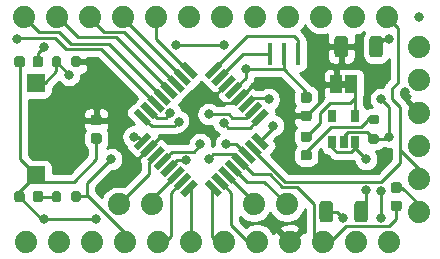
<source format=gbr>
%TF.GenerationSoftware,KiCad,Pcbnew,5.1.10-88a1d61d58~90~ubuntu20.04.1*%
%TF.CreationDate,2021-12-16T23:27:53-03:00*%
%TF.ProjectId,projeto-final,70726f6a-6574-46f2-9d66-696e616c2e6b,rev?*%
%TF.SameCoordinates,Original*%
%TF.FileFunction,Copper,L1,Top*%
%TF.FilePolarity,Positive*%
%FSLAX46Y46*%
G04 Gerber Fmt 4.6, Leading zero omitted, Abs format (unit mm)*
G04 Created by KiCad (PCBNEW 5.1.10-88a1d61d58~90~ubuntu20.04.1) date 2021-12-16 23:27:53*
%MOMM*%
%LPD*%
G01*
G04 APERTURE LIST*
%TA.AperFunction,EtchedComponent*%
%ADD10C,0.100000*%
%TD*%
%TA.AperFunction,ComponentPad*%
%ADD11C,1.879600*%
%TD*%
%TA.AperFunction,SMDPad,CuDef*%
%ADD12R,1.500000X1.500000*%
%TD*%
%TA.AperFunction,SMDPad,CuDef*%
%ADD13C,0.100000*%
%TD*%
%TA.AperFunction,SMDPad,CuDef*%
%ADD14R,0.400000X1.900000*%
%TD*%
%TA.AperFunction,SMDPad,CuDef*%
%ADD15R,0.635000X1.066800*%
%TD*%
%TA.AperFunction,SMDPad,CuDef*%
%ADD16R,1.000000X1.500000*%
%TD*%
%TA.AperFunction,ViaPad*%
%ADD17C,0.800000*%
%TD*%
%TA.AperFunction,Conductor*%
%ADD18C,0.250000*%
%TD*%
%TA.AperFunction,Conductor*%
%ADD19C,0.254000*%
%TD*%
%TA.AperFunction,Conductor*%
%ADD20C,0.100000*%
%TD*%
G04 APERTURE END LIST*
D10*
%TO.C,JP1*%
G36*
X153920000Y-73960000D02*
G01*
X153420000Y-73960000D01*
X153420000Y-73360000D01*
X153920000Y-73360000D01*
X153920000Y-73960000D01*
G37*
%TD*%
%TO.P,C1,2*%
%TO.N,GND*%
%TA.AperFunction,SMDPad,CuDef*%
G36*
G01*
X152770000Y-83804999D02*
X152770000Y-85105001D01*
G75*
G02*
X152520001Y-85355000I-249999J0D01*
G01*
X151869999Y-85355000D01*
G75*
G02*
X151620000Y-85105001I0J249999D01*
G01*
X151620000Y-83804999D01*
G75*
G02*
X151869999Y-83555000I249999J0D01*
G01*
X152520001Y-83555000D01*
G75*
G02*
X152770000Y-83804999I0J-249999D01*
G01*
G37*
%TD.AperFunction*%
%TO.P,C1,1*%
%TO.N,RAW*%
%TA.AperFunction,SMDPad,CuDef*%
G36*
G01*
X155720000Y-83804999D02*
X155720000Y-85105001D01*
G75*
G02*
X155470001Y-85355000I-249999J0D01*
G01*
X154819999Y-85355000D01*
G75*
G02*
X154570000Y-85105001I0J249999D01*
G01*
X154570000Y-83804999D01*
G75*
G02*
X154819999Y-83555000I249999J0D01*
G01*
X155470001Y-83555000D01*
G75*
G02*
X155720000Y-83804999I0J-249999D01*
G01*
G37*
%TD.AperFunction*%
%TD*%
%TO.P,C2,2*%
%TO.N,GND*%
%TA.AperFunction,SMDPad,CuDef*%
G36*
G01*
X155840000Y-71135001D02*
X155840000Y-69834999D01*
G75*
G02*
X156089999Y-69585000I249999J0D01*
G01*
X156740001Y-69585000D01*
G75*
G02*
X156990000Y-69834999I0J-249999D01*
G01*
X156990000Y-71135001D01*
G75*
G02*
X156740001Y-71385000I-249999J0D01*
G01*
X156089999Y-71385000D01*
G75*
G02*
X155840000Y-71135001I0J249999D01*
G01*
G37*
%TD.AperFunction*%
%TO.P,C2,1*%
%TO.N,VCC*%
%TA.AperFunction,SMDPad,CuDef*%
G36*
G01*
X152890000Y-71135001D02*
X152890000Y-69834999D01*
G75*
G02*
X153139999Y-69585000I249999J0D01*
G01*
X153790001Y-69585000D01*
G75*
G02*
X154040000Y-69834999I0J-249999D01*
G01*
X154040000Y-71135001D01*
G75*
G02*
X153790001Y-71385000I-249999J0D01*
G01*
X153139999Y-71385000D01*
G75*
G02*
X152890000Y-71135001I0J249999D01*
G01*
G37*
%TD.AperFunction*%
%TD*%
%TO.P,C3,2*%
%TO.N,GND*%
%TA.AperFunction,SMDPad,CuDef*%
G36*
G01*
X150745000Y-75240000D02*
X150245000Y-75240000D01*
G75*
G02*
X150020000Y-75015000I0J225000D01*
G01*
X150020000Y-74565000D01*
G75*
G02*
X150245000Y-74340000I225000J0D01*
G01*
X150745000Y-74340000D01*
G75*
G02*
X150970000Y-74565000I0J-225000D01*
G01*
X150970000Y-75015000D01*
G75*
G02*
X150745000Y-75240000I-225000J0D01*
G01*
G37*
%TD.AperFunction*%
%TO.P,C3,1*%
%TO.N,VCC*%
%TA.AperFunction,SMDPad,CuDef*%
G36*
G01*
X150745000Y-76790000D02*
X150245000Y-76790000D01*
G75*
G02*
X150020000Y-76565000I0J225000D01*
G01*
X150020000Y-76115000D01*
G75*
G02*
X150245000Y-75890000I225000J0D01*
G01*
X150745000Y-75890000D01*
G75*
G02*
X150970000Y-76115000I0J-225000D01*
G01*
X150970000Y-76565000D01*
G75*
G02*
X150745000Y-76790000I-225000J0D01*
G01*
G37*
%TD.AperFunction*%
%TD*%
%TO.P,C4,2*%
%TO.N,GND*%
%TA.AperFunction,SMDPad,CuDef*%
G36*
G01*
X126675000Y-71505000D02*
X126675000Y-72005000D01*
G75*
G02*
X126450000Y-72230000I-225000J0D01*
G01*
X126000000Y-72230000D01*
G75*
G02*
X125775000Y-72005000I0J225000D01*
G01*
X125775000Y-71505000D01*
G75*
G02*
X126000000Y-71280000I225000J0D01*
G01*
X126450000Y-71280000D01*
G75*
G02*
X126675000Y-71505000I0J-225000D01*
G01*
G37*
%TD.AperFunction*%
%TO.P,C4,1*%
%TO.N,AREF*%
%TA.AperFunction,SMDPad,CuDef*%
G36*
G01*
X128225000Y-71505000D02*
X128225000Y-72005000D01*
G75*
G02*
X128000000Y-72230000I-225000J0D01*
G01*
X127550000Y-72230000D01*
G75*
G02*
X127325000Y-72005000I0J225000D01*
G01*
X127325000Y-71505000D01*
G75*
G02*
X127550000Y-71280000I225000J0D01*
G01*
X128000000Y-71280000D01*
G75*
G02*
X128225000Y-71505000I0J-225000D01*
G01*
G37*
%TD.AperFunction*%
%TD*%
%TO.P,C5,2*%
%TO.N,GND*%
%TA.AperFunction,SMDPad,CuDef*%
G36*
G01*
X132465000Y-77795000D02*
X132965000Y-77795000D01*
G75*
G02*
X133190000Y-78020000I0J-225000D01*
G01*
X133190000Y-78470000D01*
G75*
G02*
X132965000Y-78695000I-225000J0D01*
G01*
X132465000Y-78695000D01*
G75*
G02*
X132240000Y-78470000I0J225000D01*
G01*
X132240000Y-78020000D01*
G75*
G02*
X132465000Y-77795000I225000J0D01*
G01*
G37*
%TD.AperFunction*%
%TO.P,C5,1*%
%TO.N,VCC*%
%TA.AperFunction,SMDPad,CuDef*%
G36*
G01*
X132465000Y-76245000D02*
X132965000Y-76245000D01*
G75*
G02*
X133190000Y-76470000I0J-225000D01*
G01*
X133190000Y-76920000D01*
G75*
G02*
X132965000Y-77145000I-225000J0D01*
G01*
X132465000Y-77145000D01*
G75*
G02*
X132240000Y-76920000I0J225000D01*
G01*
X132240000Y-76470000D01*
G75*
G02*
X132465000Y-76245000I225000J0D01*
G01*
G37*
%TD.AperFunction*%
%TD*%
%TO.P,C6,1*%
%TO.N,DTR*%
%TA.AperFunction,SMDPad,CuDef*%
G36*
G01*
X157865000Y-81960000D02*
X158365000Y-81960000D01*
G75*
G02*
X158590000Y-82185000I0J-225000D01*
G01*
X158590000Y-82635000D01*
G75*
G02*
X158365000Y-82860000I-225000J0D01*
G01*
X157865000Y-82860000D01*
G75*
G02*
X157640000Y-82635000I0J225000D01*
G01*
X157640000Y-82185000D01*
G75*
G02*
X157865000Y-81960000I225000J0D01*
G01*
G37*
%TD.AperFunction*%
%TO.P,C6,2*%
%TO.N,RESET*%
%TA.AperFunction,SMDPad,CuDef*%
G36*
G01*
X157865000Y-83510000D02*
X158365000Y-83510000D01*
G75*
G02*
X158590000Y-83735000I0J-225000D01*
G01*
X158590000Y-84185000D01*
G75*
G02*
X158365000Y-84410000I-225000J0D01*
G01*
X157865000Y-84410000D01*
G75*
G02*
X157640000Y-84185000I0J225000D01*
G01*
X157640000Y-83735000D01*
G75*
G02*
X157865000Y-83510000I225000J0D01*
G01*
G37*
%TD.AperFunction*%
%TD*%
%TO.P,D1,2*%
%TO.N,Net-(D1-Pad2)*%
%TA.AperFunction,SMDPad,CuDef*%
G36*
G01*
X150751250Y-78542500D02*
X150238750Y-78542500D01*
G75*
G02*
X150020000Y-78323750I0J218750D01*
G01*
X150020000Y-77886250D01*
G75*
G02*
X150238750Y-77667500I218750J0D01*
G01*
X150751250Y-77667500D01*
G75*
G02*
X150970000Y-77886250I0J-218750D01*
G01*
X150970000Y-78323750D01*
G75*
G02*
X150751250Y-78542500I-218750J0D01*
G01*
G37*
%TD.AperFunction*%
%TO.P,D1,1*%
%TO.N,Net-(D1-Pad1)*%
%TA.AperFunction,SMDPad,CuDef*%
G36*
G01*
X150751250Y-80117500D02*
X150238750Y-80117500D01*
G75*
G02*
X150020000Y-79898750I0J218750D01*
G01*
X150020000Y-79461250D01*
G75*
G02*
X150238750Y-79242500I218750J0D01*
G01*
X150751250Y-79242500D01*
G75*
G02*
X150970000Y-79461250I0J-218750D01*
G01*
X150970000Y-79898750D01*
G75*
G02*
X150751250Y-80117500I-218750J0D01*
G01*
G37*
%TD.AperFunction*%
%TD*%
D11*
%TO.P,J1,6*%
%TO.N,DTR*%
X160020000Y-84455000D03*
%TO.P,J1,5*%
%TO.N,TXO*%
X160020000Y-81661000D03*
%TO.P,J1,4*%
%TO.N,RXI*%
X160020000Y-78867000D03*
%TO.P,J1,3*%
%TO.N,VCC*%
X160020000Y-76073000D03*
%TO.P,J1,2*%
%TO.N,GND*%
X160020000Y-73279000D03*
%TO.P,J1,1*%
X160020000Y-70485000D03*
%TD*%
%TO.P,J2,12*%
%TO.N,TXO*%
X157353000Y-67945000D03*
%TO.P,J2,11*%
%TO.N,RXI*%
X154559000Y-67945000D03*
%TO.P,J2,10*%
%TO.N,RESET*%
X151765000Y-67945000D03*
%TO.P,J2,9*%
%TO.N,GND*%
X148971000Y-67945000D03*
%TO.P,J2,8*%
%TO.N,D2*%
X146177000Y-67945000D03*
%TO.P,J2,7*%
%TO.N,D3*%
X143383000Y-67945000D03*
%TO.P,J2,6*%
%TO.N,D4*%
X140589000Y-67945000D03*
%TO.P,J2,5*%
%TO.N,D5*%
X137795000Y-67945000D03*
%TO.P,J2,4*%
%TO.N,D6*%
X135001000Y-67945000D03*
%TO.P,J2,3*%
%TO.N,D7*%
X132207000Y-67945000D03*
%TO.P,J2,2*%
%TO.N,D8*%
X129413000Y-67945000D03*
%TO.P,J2,1*%
%TO.N,D9*%
X126619000Y-67945000D03*
%TD*%
%TO.P,J3,2*%
%TO.N,A5*%
X148844000Y-83820000D03*
%TO.P,J3,1*%
%TO.N,A4*%
X146050000Y-83820000D03*
%TD*%
%TO.P,J4,12*%
%TO.N,D10*%
X126746000Y-86995000D03*
%TO.P,J4,11*%
%TO.N,MOSI*%
X129540000Y-86995000D03*
%TO.P,J4,10*%
%TO.N,MISO*%
X132334000Y-86995000D03*
%TO.P,J4,9*%
%TO.N,SCK*%
X135128000Y-86995000D03*
%TO.P,J4,8*%
%TO.N,A0*%
X137922000Y-86995000D03*
%TO.P,J4,7*%
%TO.N,A1*%
X140716000Y-86995000D03*
%TO.P,J4,6*%
%TO.N,A2*%
X143510000Y-86995000D03*
%TO.P,J4,5*%
%TO.N,A3*%
X146304000Y-86995000D03*
%TO.P,J4,4*%
%TO.N,VCC*%
X149098000Y-86995000D03*
%TO.P,J4,3*%
%TO.N,RESET*%
X151892000Y-86995000D03*
%TO.P,J4,2*%
%TO.N,GND*%
X154686000Y-86995000D03*
%TO.P,J4,1*%
%TO.N,RAW*%
X157480000Y-86995000D03*
%TD*%
%TO.P,J5,2*%
%TO.N,A7*%
X137414000Y-83820000D03*
%TO.P,J5,1*%
%TO.N,A6*%
X134620000Y-83820000D03*
%TD*%
%TO.P,R3,2*%
%TO.N,SCK*%
%TA.AperFunction,SMDPad,CuDef*%
G36*
G01*
X130600000Y-83460000D02*
X130600000Y-82910000D01*
G75*
G02*
X130800000Y-82710000I200000J0D01*
G01*
X131200000Y-82710000D01*
G75*
G02*
X131400000Y-82910000I0J-200000D01*
G01*
X131400000Y-83460000D01*
G75*
G02*
X131200000Y-83660000I-200000J0D01*
G01*
X130800000Y-83660000D01*
G75*
G02*
X130600000Y-83460000I0J200000D01*
G01*
G37*
%TD.AperFunction*%
%TO.P,R3,1*%
%TO.N,Net-(D2-Pad2)*%
%TA.AperFunction,SMDPad,CuDef*%
G36*
G01*
X128950000Y-83460000D02*
X128950000Y-82910000D01*
G75*
G02*
X129150000Y-82710000I200000J0D01*
G01*
X129550000Y-82710000D01*
G75*
G02*
X129750000Y-82910000I0J-200000D01*
G01*
X129750000Y-83460000D01*
G75*
G02*
X129550000Y-83660000I-200000J0D01*
G01*
X129150000Y-83660000D01*
G75*
G02*
X128950000Y-83460000I0J200000D01*
G01*
G37*
%TD.AperFunction*%
%TD*%
D12*
%TO.P,SW1,2*%
%TO.N,RESET*%
X127635000Y-73570000D03*
%TO.P,SW1,1*%
%TO.N,GND*%
X127635000Y-81370000D03*
%TD*%
%TA.AperFunction,SMDPad,CuDef*%
D13*
%TO.P,U2,32*%
%TO.N,D2*%
G36*
X145829963Y-78124074D02*
G01*
X146218872Y-77735165D01*
X147350243Y-78866536D01*
X146961334Y-79255445D01*
X145829963Y-78124074D01*
G37*
%TD.AperFunction*%
%TA.AperFunction,SMDPad,CuDef*%
%TO.P,U2,31*%
%TO.N,TXO*%
G36*
X145264277Y-78689759D02*
G01*
X145653186Y-78300850D01*
X146784557Y-79432221D01*
X146395648Y-79821130D01*
X145264277Y-78689759D01*
G37*
%TD.AperFunction*%
%TA.AperFunction,SMDPad,CuDef*%
%TO.P,U2,30*%
%TO.N,RXI*%
G36*
X144698592Y-79255445D02*
G01*
X145087501Y-78866536D01*
X146218872Y-79997907D01*
X145829963Y-80386816D01*
X144698592Y-79255445D01*
G37*
%TD.AperFunction*%
%TA.AperFunction,SMDPad,CuDef*%
%TO.P,U2,29*%
%TO.N,RESET*%
G36*
X144132907Y-79821130D02*
G01*
X144521816Y-79432221D01*
X145653187Y-80563592D01*
X145264278Y-80952501D01*
X144132907Y-79821130D01*
G37*
%TD.AperFunction*%
%TA.AperFunction,SMDPad,CuDef*%
%TO.P,U2,28*%
%TO.N,A5*%
G36*
X143567221Y-80386816D02*
G01*
X143956130Y-79997907D01*
X145087501Y-81129278D01*
X144698592Y-81518187D01*
X143567221Y-80386816D01*
G37*
%TD.AperFunction*%
%TA.AperFunction,SMDPad,CuDef*%
%TO.P,U2,27*%
%TO.N,A4*%
G36*
X143001536Y-80952501D02*
G01*
X143390445Y-80563592D01*
X144521816Y-81694963D01*
X144132907Y-82083872D01*
X143001536Y-80952501D01*
G37*
%TD.AperFunction*%
%TA.AperFunction,SMDPad,CuDef*%
%TO.P,U2,26*%
%TO.N,A3*%
G36*
X142435850Y-81518186D02*
G01*
X142824759Y-81129277D01*
X143956130Y-82260648D01*
X143567221Y-82649557D01*
X142435850Y-81518186D01*
G37*
%TD.AperFunction*%
%TA.AperFunction,SMDPad,CuDef*%
%TO.P,U2,25*%
%TO.N,A2*%
G36*
X141870165Y-82083872D02*
G01*
X142259074Y-81694963D01*
X143390445Y-82826334D01*
X143001536Y-83215243D01*
X141870165Y-82083872D01*
G37*
%TD.AperFunction*%
%TA.AperFunction,SMDPad,CuDef*%
%TO.P,U2,24*%
%TO.N,A1*%
G36*
X140950926Y-81694963D02*
G01*
X141339835Y-82083872D01*
X140208464Y-83215243D01*
X139819555Y-82826334D01*
X140950926Y-81694963D01*
G37*
%TD.AperFunction*%
%TA.AperFunction,SMDPad,CuDef*%
%TO.P,U2,23*%
%TO.N,A0*%
G36*
X140385241Y-81129277D02*
G01*
X140774150Y-81518186D01*
X139642779Y-82649557D01*
X139253870Y-82260648D01*
X140385241Y-81129277D01*
G37*
%TD.AperFunction*%
%TA.AperFunction,SMDPad,CuDef*%
%TO.P,U2,22*%
%TO.N,A7*%
G36*
X139819555Y-80563592D02*
G01*
X140208464Y-80952501D01*
X139077093Y-82083872D01*
X138688184Y-81694963D01*
X139819555Y-80563592D01*
G37*
%TD.AperFunction*%
%TA.AperFunction,SMDPad,CuDef*%
%TO.P,U2,21*%
%TO.N,GND*%
G36*
X139253870Y-79997907D02*
G01*
X139642779Y-80386816D01*
X138511408Y-81518187D01*
X138122499Y-81129278D01*
X139253870Y-79997907D01*
G37*
%TD.AperFunction*%
%TA.AperFunction,SMDPad,CuDef*%
%TO.P,U2,20*%
%TO.N,AREF*%
G36*
X138688184Y-79432221D02*
G01*
X139077093Y-79821130D01*
X137945722Y-80952501D01*
X137556813Y-80563592D01*
X138688184Y-79432221D01*
G37*
%TD.AperFunction*%
%TA.AperFunction,SMDPad,CuDef*%
%TO.P,U2,19*%
%TO.N,A6*%
G36*
X138122499Y-78866536D02*
G01*
X138511408Y-79255445D01*
X137380037Y-80386816D01*
X136991128Y-79997907D01*
X138122499Y-78866536D01*
G37*
%TD.AperFunction*%
%TA.AperFunction,SMDPad,CuDef*%
%TO.P,U2,18*%
%TO.N,VCC*%
G36*
X137556814Y-78300850D02*
G01*
X137945723Y-78689759D01*
X136814352Y-79821130D01*
X136425443Y-79432221D01*
X137556814Y-78300850D01*
G37*
%TD.AperFunction*%
%TA.AperFunction,SMDPad,CuDef*%
%TO.P,U2,17*%
%TO.N,SCK*%
G36*
X136991128Y-77735165D02*
G01*
X137380037Y-78124074D01*
X136248666Y-79255445D01*
X135859757Y-78866536D01*
X136991128Y-77735165D01*
G37*
%TD.AperFunction*%
%TA.AperFunction,SMDPad,CuDef*%
%TO.P,U2,16*%
%TO.N,MISO*%
G36*
X135859757Y-76073464D02*
G01*
X136248666Y-75684555D01*
X137380037Y-76815926D01*
X136991128Y-77204835D01*
X135859757Y-76073464D01*
G37*
%TD.AperFunction*%
%TA.AperFunction,SMDPad,CuDef*%
%TO.P,U2,15*%
%TO.N,MOSI*%
G36*
X136425443Y-75507779D02*
G01*
X136814352Y-75118870D01*
X137945723Y-76250241D01*
X137556814Y-76639150D01*
X136425443Y-75507779D01*
G37*
%TD.AperFunction*%
%TA.AperFunction,SMDPad,CuDef*%
%TO.P,U2,14*%
%TO.N,D10*%
G36*
X136991128Y-74942093D02*
G01*
X137380037Y-74553184D01*
X138511408Y-75684555D01*
X138122499Y-76073464D01*
X136991128Y-74942093D01*
G37*
%TD.AperFunction*%
%TA.AperFunction,SMDPad,CuDef*%
%TO.P,U2,13*%
%TO.N,D9*%
G36*
X137556813Y-74376408D02*
G01*
X137945722Y-73987499D01*
X139077093Y-75118870D01*
X138688184Y-75507779D01*
X137556813Y-74376408D01*
G37*
%TD.AperFunction*%
%TA.AperFunction,SMDPad,CuDef*%
%TO.P,U2,12*%
%TO.N,D8*%
G36*
X138122499Y-73810722D02*
G01*
X138511408Y-73421813D01*
X139642779Y-74553184D01*
X139253870Y-74942093D01*
X138122499Y-73810722D01*
G37*
%TD.AperFunction*%
%TA.AperFunction,SMDPad,CuDef*%
%TO.P,U2,11*%
%TO.N,D7*%
G36*
X138688184Y-73245037D02*
G01*
X139077093Y-72856128D01*
X140208464Y-73987499D01*
X139819555Y-74376408D01*
X138688184Y-73245037D01*
G37*
%TD.AperFunction*%
%TA.AperFunction,SMDPad,CuDef*%
%TO.P,U2,10*%
%TO.N,D6*%
G36*
X139253870Y-72679352D02*
G01*
X139642779Y-72290443D01*
X140774150Y-73421814D01*
X140385241Y-73810723D01*
X139253870Y-72679352D01*
G37*
%TD.AperFunction*%
%TA.AperFunction,SMDPad,CuDef*%
%TO.P,U2,9*%
%TO.N,D5*%
G36*
X139819555Y-72113666D02*
G01*
X140208464Y-71724757D01*
X141339835Y-72856128D01*
X140950926Y-73245037D01*
X139819555Y-72113666D01*
G37*
%TD.AperFunction*%
%TA.AperFunction,SMDPad,CuDef*%
%TO.P,U2,8*%
%TO.N,Net-(U2-Pad8)*%
G36*
X143001536Y-71724757D02*
G01*
X143390445Y-72113666D01*
X142259074Y-73245037D01*
X141870165Y-72856128D01*
X143001536Y-71724757D01*
G37*
%TD.AperFunction*%
%TA.AperFunction,SMDPad,CuDef*%
%TO.P,U2,7*%
%TO.N,Net-(U2-Pad7)*%
G36*
X143567221Y-72290443D02*
G01*
X143956130Y-72679352D01*
X142824759Y-73810723D01*
X142435850Y-73421814D01*
X143567221Y-72290443D01*
G37*
%TD.AperFunction*%
%TA.AperFunction,SMDPad,CuDef*%
%TO.P,U2,6*%
%TO.N,VCC*%
G36*
X144132907Y-72856128D02*
G01*
X144521816Y-73245037D01*
X143390445Y-74376408D01*
X143001536Y-73987499D01*
X144132907Y-72856128D01*
G37*
%TD.AperFunction*%
%TA.AperFunction,SMDPad,CuDef*%
%TO.P,U2,5*%
%TO.N,GND*%
G36*
X144698592Y-73421813D02*
G01*
X145087501Y-73810722D01*
X143956130Y-74942093D01*
X143567221Y-74553184D01*
X144698592Y-73421813D01*
G37*
%TD.AperFunction*%
%TA.AperFunction,SMDPad,CuDef*%
%TO.P,U2,4*%
%TO.N,VCC*%
G36*
X145264278Y-73987499D02*
G01*
X145653187Y-74376408D01*
X144521816Y-75507779D01*
X144132907Y-75118870D01*
X145264278Y-73987499D01*
G37*
%TD.AperFunction*%
%TA.AperFunction,SMDPad,CuDef*%
%TO.P,U2,3*%
%TO.N,GND*%
G36*
X145829963Y-74553184D02*
G01*
X146218872Y-74942093D01*
X145087501Y-76073464D01*
X144698592Y-75684555D01*
X145829963Y-74553184D01*
G37*
%TD.AperFunction*%
%TA.AperFunction,SMDPad,CuDef*%
%TO.P,U2,2*%
%TO.N,D4*%
G36*
X146395648Y-75118870D02*
G01*
X146784557Y-75507779D01*
X145653186Y-76639150D01*
X145264277Y-76250241D01*
X146395648Y-75118870D01*
G37*
%TD.AperFunction*%
%TA.AperFunction,SMDPad,CuDef*%
%TO.P,U2,1*%
%TO.N,D3*%
G36*
X146961334Y-75684555D02*
G01*
X147350243Y-76073464D01*
X146218872Y-77204835D01*
X145829963Y-76815926D01*
X146961334Y-75684555D01*
G37*
%TD.AperFunction*%
%TD*%
D14*
%TO.P,Y1,3*%
%TO.N,Net-(U2-Pad8)*%
X149796200Y-71094600D03*
%TO.P,Y1,2*%
%TO.N,GND*%
X148596200Y-71094600D03*
%TO.P,Y1,1*%
%TO.N,Net-(U2-Pad7)*%
X147396200Y-71094600D03*
%TD*%
D15*
%TO.P,U1,5*%
%TO.N,Net-(D1-Pad2)*%
X154619960Y-76370180D03*
%TO.P,U1,4*%
%TO.N,Net-(U1-Pad4)*%
X152720040Y-76370180D03*
%TO.P,U1,3*%
%TO.N,RAW*%
X154619960Y-78569820D03*
%TO.P,U1,2*%
%TO.N,GND*%
X153670000Y-78569820D03*
%TO.P,U1,1*%
%TO.N,RAW*%
X152720040Y-78569820D03*
%TD*%
%TO.P,D2,2*%
%TO.N,Net-(D2-Pad2)*%
%TA.AperFunction,SMDPad,CuDef*%
G36*
G01*
X127350000Y-83441250D02*
X127350000Y-82928750D01*
G75*
G02*
X127568750Y-82710000I218750J0D01*
G01*
X128006250Y-82710000D01*
G75*
G02*
X128225000Y-82928750I0J-218750D01*
G01*
X128225000Y-83441250D01*
G75*
G02*
X128006250Y-83660000I-218750J0D01*
G01*
X127568750Y-83660000D01*
G75*
G02*
X127350000Y-83441250I0J218750D01*
G01*
G37*
%TD.AperFunction*%
%TO.P,D2,1*%
%TO.N,GND*%
%TA.AperFunction,SMDPad,CuDef*%
G36*
G01*
X125775000Y-83441250D02*
X125775000Y-82928750D01*
G75*
G02*
X125993750Y-82710000I218750J0D01*
G01*
X126431250Y-82710000D01*
G75*
G02*
X126650000Y-82928750I0J-218750D01*
G01*
X126650000Y-83441250D01*
G75*
G02*
X126431250Y-83660000I-218750J0D01*
G01*
X125993750Y-83660000D01*
G75*
G02*
X125775000Y-83441250I0J218750D01*
G01*
G37*
%TD.AperFunction*%
%TD*%
%TO.P,R1,2*%
%TO.N,GND*%
%TA.AperFunction,SMDPad,CuDef*%
G36*
G01*
X155935000Y-77895000D02*
X156485000Y-77895000D01*
G75*
G02*
X156685000Y-78095000I0J-200000D01*
G01*
X156685000Y-78495000D01*
G75*
G02*
X156485000Y-78695000I-200000J0D01*
G01*
X155935000Y-78695000D01*
G75*
G02*
X155735000Y-78495000I0J200000D01*
G01*
X155735000Y-78095000D01*
G75*
G02*
X155935000Y-77895000I200000J0D01*
G01*
G37*
%TD.AperFunction*%
%TO.P,R1,1*%
%TO.N,Net-(D1-Pad1)*%
%TA.AperFunction,SMDPad,CuDef*%
G36*
G01*
X155935000Y-76245000D02*
X156485000Y-76245000D01*
G75*
G02*
X156685000Y-76445000I0J-200000D01*
G01*
X156685000Y-76845000D01*
G75*
G02*
X156485000Y-77045000I-200000J0D01*
G01*
X155935000Y-77045000D01*
G75*
G02*
X155735000Y-76845000I0J200000D01*
G01*
X155735000Y-76445000D01*
G75*
G02*
X155935000Y-76245000I200000J0D01*
G01*
G37*
%TD.AperFunction*%
%TD*%
%TO.P,R2,2*%
%TO.N,RESET*%
%TA.AperFunction,SMDPad,CuDef*%
G36*
G01*
X129750000Y-71480000D02*
X129750000Y-72030000D01*
G75*
G02*
X129550000Y-72230000I-200000J0D01*
G01*
X129150000Y-72230000D01*
G75*
G02*
X128950000Y-72030000I0J200000D01*
G01*
X128950000Y-71480000D01*
G75*
G02*
X129150000Y-71280000I200000J0D01*
G01*
X129550000Y-71280000D01*
G75*
G02*
X129750000Y-71480000I0J-200000D01*
G01*
G37*
%TD.AperFunction*%
%TO.P,R2,1*%
%TO.N,VCC*%
%TA.AperFunction,SMDPad,CuDef*%
G36*
G01*
X131400000Y-71480000D02*
X131400000Y-72030000D01*
G75*
G02*
X131200000Y-72230000I-200000J0D01*
G01*
X130800000Y-72230000D01*
G75*
G02*
X130600000Y-72030000I0J200000D01*
G01*
X130600000Y-71480000D01*
G75*
G02*
X130800000Y-71280000I200000J0D01*
G01*
X131200000Y-71280000D01*
G75*
G02*
X131400000Y-71480000I0J-200000D01*
G01*
G37*
%TD.AperFunction*%
%TD*%
D16*
%TO.P,JP1,1*%
%TO.N,Net-(D1-Pad2)*%
X154320000Y-73660000D03*
%TO.P,JP1,2*%
%TO.N,VCC*%
X153020000Y-73660000D03*
%TD*%
D17*
%TO.N,GND*%
X132715000Y-85090000D03*
X153639092Y-84983969D03*
X140335000Y-80100010D03*
X147320000Y-74930000D03*
X145415000Y-72390000D03*
X156845000Y-84955000D03*
X160020000Y-67945000D03*
X156845000Y-74930000D03*
X156847542Y-82730011D03*
X157480000Y-69850000D03*
X157480000Y-78105000D03*
X128270000Y-85090000D03*
X139446000Y-70358000D03*
X143510000Y-70358000D03*
%TO.N,RAW*%
X155575000Y-82635033D03*
X155575000Y-80010000D03*
%TO.N,VCC*%
X149225000Y-80735000D03*
X156845000Y-73024996D03*
X158846502Y-74345805D03*
%TO.N,RXI*%
X143690023Y-78740431D03*
%TO.N,D4*%
X142240000Y-76200000D03*
%TO.N,D3*%
X143510000Y-76925010D03*
%TO.N,D2*%
X147706140Y-77164375D03*
%TO.N,RESET*%
X130415166Y-72874844D03*
X142239992Y-80010000D03*
%TO.N,D10*%
X125984000Y-69850000D03*
%TO.N,MOSI*%
X138991442Y-76113731D03*
%TO.N,MISO*%
X139704978Y-76834328D03*
%TO.N,SCK*%
X135890000Y-78105000D03*
X133985000Y-80010000D03*
%TO.N,AREF*%
X128269966Y-70485000D03*
X141514988Y-78722166D03*
%TD*%
D18*
%TO.N,GND*%
X152195000Y-85139000D02*
X152195000Y-85090000D01*
X126212500Y-82792500D02*
X127635000Y-81370000D01*
X126212500Y-83185000D02*
X126212500Y-82792500D01*
X126225000Y-79960000D02*
X127635000Y-81370000D01*
X126225000Y-71755000D02*
X126225000Y-79960000D01*
X130810000Y-81915000D02*
X132715000Y-80010000D01*
X132715000Y-80010000D02*
X132715000Y-78245000D01*
X128180000Y-81915000D02*
X130810000Y-81915000D01*
X127635000Y-81370000D02*
X128180000Y-81915000D01*
X153110123Y-84455000D02*
X153639092Y-84983969D01*
X152195000Y-84455000D02*
X153110123Y-84455000D01*
X138882639Y-80758047D02*
X139540676Y-80100010D01*
X139540676Y-80100010D02*
X140335000Y-80100010D01*
X148590000Y-72320000D02*
X148590000Y-71120000D01*
X147183860Y-74793860D02*
X147320000Y-74930000D01*
X145978196Y-74793860D02*
X147183860Y-74793860D01*
X145458732Y-75313324D02*
X145978196Y-74793860D01*
X145415000Y-73094314D02*
X145415000Y-72390000D01*
X144327361Y-74181953D02*
X145415000Y-73094314D01*
X155626419Y-77711419D02*
X156210000Y-78295000D01*
X153670000Y-78083878D02*
X154042459Y-77711419D01*
X153670000Y-78569820D02*
X153670000Y-78083878D01*
X154042459Y-77711419D02*
X155626419Y-77711419D01*
X157480000Y-75565000D02*
X156845000Y-74930000D01*
X156845000Y-84955000D02*
X156845000Y-82732553D01*
X156845000Y-82732553D02*
X156847542Y-82730011D01*
X157050000Y-69850000D02*
X157480000Y-69850000D01*
X156415000Y-70485000D02*
X157050000Y-69850000D01*
X150495000Y-74295000D02*
X150495000Y-74790000D01*
X148590000Y-72390000D02*
X150495000Y-74295000D01*
X148590000Y-72320000D02*
X148590000Y-72390000D01*
X157290000Y-78295000D02*
X157480000Y-78105000D01*
X156210000Y-78295000D02*
X157290000Y-78295000D01*
X157480000Y-75565000D02*
X157480000Y-78105000D01*
X128117500Y-85090000D02*
X128270000Y-85090000D01*
X126212500Y-83185000D02*
X128117500Y-85090000D01*
X132715000Y-85090000D02*
X128270000Y-85090000D01*
X148520000Y-72390000D02*
X148590000Y-72320000D01*
X145415000Y-72390000D02*
X148520000Y-72390000D01*
X140011685Y-70358000D02*
X143510000Y-70358000D01*
X139446000Y-70358000D02*
X140011685Y-70358000D01*
%TO.N,RAW*%
X155575000Y-83820000D02*
X155575000Y-82635033D01*
X155145000Y-84250000D02*
X155575000Y-83820000D01*
X152720040Y-78569820D02*
X152720040Y-79060040D01*
X153088221Y-79428221D02*
X154251779Y-79428221D01*
X152720040Y-79060040D02*
X153088221Y-79428221D01*
X154619960Y-79060040D02*
X154619960Y-78569820D01*
X154251779Y-79428221D02*
X154619960Y-79060040D01*
X154619960Y-79054960D02*
X155575000Y-80010000D01*
X154619960Y-78569820D02*
X154619960Y-79054960D01*
%TO.N,VCC*%
X150495000Y-76340000D02*
X150495000Y-76185000D01*
X144893047Y-74747639D02*
X144962361Y-74747639D01*
X133190000Y-76695000D02*
X132715000Y-76695000D01*
X137185583Y-79060990D02*
X136666118Y-79580455D01*
X137185583Y-79060990D02*
X136236573Y-80010000D01*
X140680839Y-77124161D02*
X140680839Y-75408159D01*
X138141573Y-78105000D02*
X139700000Y-78105000D01*
X137185583Y-79060990D02*
X138141573Y-78105000D01*
X139700000Y-78105000D02*
X140680839Y-77124161D01*
X145412512Y-74228174D02*
X145481826Y-74228174D01*
X144893047Y-74747639D02*
X145412512Y-74228174D01*
X145481826Y-74228174D02*
X146050000Y-73660000D01*
X153020000Y-73660000D02*
X153020000Y-73010000D01*
X143761676Y-73616268D02*
X142875000Y-74502944D01*
X142875000Y-74502944D02*
X142875000Y-74930000D01*
X143212103Y-75267103D02*
X144373583Y-75267103D01*
X144373583Y-75267103D02*
X144893047Y-74747639D01*
X142875000Y-74930000D02*
X143212103Y-75267103D01*
X151892000Y-74930000D02*
X151892000Y-74168000D01*
X150495000Y-76327000D02*
X151892000Y-74930000D01*
X150495000Y-76340000D02*
X150495000Y-76327000D01*
%TO.N,DTR*%
X158610000Y-82410000D02*
X160020000Y-83820000D01*
X158115000Y-82410000D02*
X158610000Y-82410000D01*
%TO.N,Net-(D1-Pad1)*%
X155765000Y-76645000D02*
X156210000Y-76645000D01*
X155575000Y-76835000D02*
X155765000Y-76645000D01*
X155575000Y-76851042D02*
X155575000Y-76835000D01*
X155164634Y-77261408D02*
X155575000Y-76851042D01*
X152608592Y-77261408D02*
X155164634Y-77261408D01*
X150495000Y-79375000D02*
X152608592Y-77261408D01*
X150495000Y-79680000D02*
X150495000Y-79375000D01*
%TO.N,Net-(D1-Pad2)*%
X154619960Y-73959960D02*
X154320000Y-73660000D01*
X154619960Y-76370180D02*
X154619960Y-75244960D01*
X154619960Y-74863960D02*
X154619960Y-73959960D01*
X154619960Y-75244960D02*
X154619960Y-74863960D01*
X154238960Y-75244960D02*
X154619960Y-74863960D01*
X152501199Y-75244960D02*
X154238960Y-75244960D01*
X151638000Y-76108159D02*
X152501199Y-75244960D01*
X151638000Y-76962000D02*
X151638000Y-76108159D01*
X150495000Y-78105000D02*
X151638000Y-76962000D01*
%TO.N,Net-(D2-Pad2)*%
X129350000Y-83185000D02*
X127787500Y-83185000D01*
%TO.N,RXI*%
X145458732Y-79626676D02*
X144572487Y-78740431D01*
X144572487Y-78740431D02*
X143690023Y-78740431D01*
%TO.N,TXO*%
X157950010Y-67907010D02*
X157353000Y-67310000D01*
X160020000Y-80825002D02*
X160020000Y-81661000D01*
X158419086Y-79224088D02*
X160020000Y-80825002D01*
X157734000Y-74041000D02*
X158292799Y-73482201D01*
X157734000Y-74890500D02*
X157734000Y-74041000D01*
X158419086Y-75575586D02*
X157734000Y-74890500D01*
X158292799Y-68884799D02*
X157353000Y-67945000D01*
X158292799Y-73482201D02*
X158292799Y-68884799D01*
X158419086Y-79224088D02*
X158419086Y-75575586D01*
X158419086Y-80340914D02*
X158419086Y-79224088D01*
X156849977Y-81910023D02*
X158419086Y-80340914D01*
X148729236Y-81910023D02*
X156849977Y-81910023D01*
X146024417Y-79205204D02*
X148729236Y-81910023D01*
X146024417Y-79060990D02*
X146024417Y-79205204D01*
%TO.N,D9*%
X126619000Y-67310000D02*
X126619000Y-67437000D01*
X133817832Y-70248518D02*
X134054314Y-70485000D01*
X130573518Y-70248518D02*
X133817832Y-70248518D01*
X129540000Y-69215000D02*
X130573518Y-70248518D01*
X134054314Y-70485000D02*
X138316953Y-74747639D01*
X127889000Y-69215000D02*
X129540000Y-69215000D01*
X126619000Y-67945000D02*
X127889000Y-69215000D01*
%TO.N,D8*%
X131196511Y-69665011D02*
X129413000Y-67881500D01*
X138882639Y-74181953D02*
X134365697Y-69665011D01*
X134365697Y-69665011D02*
X131196511Y-69665011D01*
%TO.N,D7*%
X133350000Y-69215000D02*
X132207000Y-68072000D01*
X135047056Y-69215000D02*
X133350000Y-69215000D01*
X139448324Y-73616268D02*
X135047056Y-69215000D01*
X132207000Y-68072000D02*
X132207000Y-67310000D01*
%TO.N,D6*%
X140014010Y-73050583D02*
X135001000Y-68037573D01*
%TO.N,D5*%
X137795000Y-69850000D02*
X137795000Y-67945000D01*
X140429897Y-72484897D02*
X137795000Y-69850000D01*
X140579695Y-72484897D02*
X140429897Y-72484897D01*
%TO.N,D4*%
X146024417Y-75879010D02*
X145416428Y-76486999D01*
X145416428Y-76486999D02*
X144235013Y-76486999D01*
X144235013Y-76486999D02*
X143948014Y-76200000D01*
X143948014Y-76200000D02*
X142240000Y-76200000D01*
%TO.N,D3*%
X145709789Y-77325009D02*
X143909999Y-77325009D01*
X146590103Y-76444695D02*
X145709789Y-77325009D01*
X143909999Y-77325009D02*
X143510000Y-76925010D01*
%TO.N,D2*%
X146590103Y-78495305D02*
X147706140Y-77379268D01*
X147706140Y-77379268D02*
X147706140Y-77164375D01*
%TO.N,RESET*%
X129350000Y-72580000D02*
X129350000Y-71755000D01*
X128360000Y-73570000D02*
X129350000Y-72580000D01*
X127635000Y-73570000D02*
X128360000Y-73570000D01*
X130415166Y-72820166D02*
X130415166Y-72874844D01*
X129350000Y-71755000D02*
X130415166Y-72820166D01*
X144893047Y-80192361D02*
X144310687Y-79610001D01*
X144310687Y-79610001D02*
X142639991Y-79610001D01*
X142639991Y-79610001D02*
X142239992Y-80010000D01*
X157524990Y-85680010D02*
X158115000Y-85090000D01*
X158115000Y-85090000D02*
X158115000Y-83960000D01*
X151130000Y-83764774D02*
X151130000Y-86868000D01*
X149725260Y-82360034D02*
X151130000Y-83764774D01*
X148470759Y-82360034D02*
X149725260Y-82360034D01*
X147390725Y-81280000D02*
X148470759Y-82360034D01*
X145980686Y-81280000D02*
X147390725Y-81280000D01*
X153841990Y-85680010D02*
X157524990Y-85680010D01*
X151892000Y-87630000D02*
X153841990Y-85680010D01*
X151130000Y-86868000D02*
X151892000Y-87630000D01*
X144893047Y-80192361D02*
X145980686Y-81280000D01*
%TO.N,A4*%
X146050000Y-83820000D02*
X146050000Y-83185000D01*
X145622944Y-83185000D02*
X143761676Y-81323732D01*
X146050000Y-83185000D02*
X145622944Y-83185000D01*
%TO.N,A5*%
X145484314Y-81915000D02*
X144327361Y-80758047D01*
X146939000Y-81915000D02*
X145484314Y-81915000D01*
X148844000Y-83820000D02*
X146939000Y-81915000D01*
%TO.N,D10*%
X126074032Y-69759968D02*
X125984000Y-69850000D01*
X129252973Y-69759968D02*
X126074032Y-69759968D01*
X130191533Y-70698528D02*
X129252973Y-69759968D01*
X133136472Y-70698528D02*
X130191533Y-70698528D01*
X137751268Y-75313324D02*
X133136472Y-70698528D01*
%TO.N,MOSI*%
X137820303Y-76513730D02*
X138591443Y-76513730D01*
X138591443Y-76513730D02*
X138991442Y-76113731D01*
X137185583Y-75879010D02*
X137820303Y-76513730D01*
%TO.N,MISO*%
X137409529Y-77234327D02*
X139304979Y-77234327D01*
X136619897Y-76444695D02*
X137409529Y-77234327D01*
X139304979Y-77234327D02*
X139704978Y-76834328D01*
%TO.N,SCK*%
X136229592Y-78105000D02*
X136619897Y-78495305D01*
X135890000Y-78105000D02*
X136229592Y-78105000D01*
X131022798Y-83162202D02*
X131000000Y-83185000D01*
X131953000Y-83162202D02*
X131022798Y-83162202D01*
X135128000Y-86233000D02*
X132057202Y-83162202D01*
X132057202Y-83162202D02*
X131953000Y-83162202D01*
X135128000Y-87630000D02*
X135128000Y-86233000D01*
X131953000Y-83162202D02*
X131953000Y-82042000D01*
X131953000Y-82042000D02*
X133985000Y-80010000D01*
%TO.N,A0*%
X137922000Y-87630000D02*
X139065000Y-86487000D01*
X139065000Y-82838427D02*
X140014010Y-81889417D01*
X139065000Y-86487000D02*
X139065000Y-82838427D01*
%TO.N,A1*%
X140716000Y-87630000D02*
X140716000Y-82591408D01*
X140716000Y-82591408D02*
X140579695Y-82455103D01*
%TO.N,A2*%
X142494000Y-82591408D02*
X142630305Y-82455103D01*
X142494000Y-86614000D02*
X142494000Y-82591408D01*
X143510000Y-87630000D02*
X142494000Y-86614000D01*
%TO.N,A3*%
X144145000Y-85598000D02*
X144145000Y-82838427D01*
X144145000Y-82838427D02*
X143195990Y-81889417D01*
X146177000Y-87630000D02*
X144145000Y-85598000D01*
X146304000Y-87630000D02*
X146177000Y-87630000D01*
%TO.N,A7*%
X137414000Y-83358056D02*
X139448324Y-81323732D01*
X137414000Y-83820000D02*
X137414000Y-83358056D01*
%TO.N,A6*%
X137160000Y-80217944D02*
X137751268Y-79626676D01*
X137160000Y-81280000D02*
X137160000Y-80217944D01*
X134620000Y-83820000D02*
X137160000Y-81280000D01*
%TO.N,Net-(U2-Pad7)*%
X145126573Y-71120000D02*
X147390000Y-71120000D01*
X143195990Y-73050583D02*
X145126573Y-71120000D01*
%TO.N,Net-(U2-Pad8)*%
X149790000Y-69920000D02*
X149790000Y-71120000D01*
X149466000Y-69596000D02*
X149790000Y-69920000D01*
X145519202Y-69596000D02*
X149466000Y-69596000D01*
X142630305Y-72484897D02*
X145519202Y-69596000D01*
%TO.N,AREF*%
X127775000Y-71755000D02*
X127775000Y-70979966D01*
X127775000Y-70979966D02*
X128269966Y-70485000D01*
X141514988Y-78830012D02*
X141514988Y-78722166D01*
X140970000Y-79375000D02*
X141514988Y-78830012D01*
X139134314Y-79375000D02*
X140970000Y-79375000D01*
X138316953Y-80192361D02*
X139134314Y-79375000D01*
%TD*%
D19*
%TO.N,VCC*%
X150370001Y-86143647D02*
X150190476Y-86082129D01*
X149277605Y-86995000D01*
X149291748Y-87009143D01*
X149112143Y-87188748D01*
X149098000Y-87174605D01*
X149083858Y-87188748D01*
X148904253Y-87009143D01*
X148918395Y-86995000D01*
X148005524Y-86082129D01*
X147747277Y-86170623D01*
X147704114Y-86260023D01*
X147699570Y-86249052D01*
X147527227Y-85991123D01*
X147438628Y-85902524D01*
X148185129Y-85902524D01*
X149098000Y-86815395D01*
X150010871Y-85902524D01*
X149922377Y-85644277D01*
X149643024Y-85509403D01*
X149342725Y-85431619D01*
X149033023Y-85413916D01*
X148725816Y-85456973D01*
X148432914Y-85559135D01*
X148273623Y-85644277D01*
X148185129Y-85902524D01*
X147438628Y-85902524D01*
X147307877Y-85771773D01*
X147049948Y-85599430D01*
X146763352Y-85480718D01*
X146459104Y-85420200D01*
X146148896Y-85420200D01*
X145844648Y-85480718D01*
X145558052Y-85599430D01*
X145356143Y-85734342D01*
X144905000Y-85283199D01*
X144905000Y-84902104D01*
X145046123Y-85043227D01*
X145304052Y-85215570D01*
X145590648Y-85334282D01*
X145894896Y-85394800D01*
X146205104Y-85394800D01*
X146509352Y-85334282D01*
X146795948Y-85215570D01*
X147053877Y-85043227D01*
X147273227Y-84823877D01*
X147445570Y-84565948D01*
X147447000Y-84562496D01*
X147448430Y-84565948D01*
X147620773Y-84823877D01*
X147840123Y-85043227D01*
X148098052Y-85215570D01*
X148384648Y-85334282D01*
X148688896Y-85394800D01*
X148999104Y-85394800D01*
X149303352Y-85334282D01*
X149589948Y-85215570D01*
X149847877Y-85043227D01*
X150067227Y-84823877D01*
X150239570Y-84565948D01*
X150358282Y-84279352D01*
X150370000Y-84220440D01*
X150370001Y-86143647D01*
%TA.AperFunction,Conductor*%
D20*
G36*
X150370001Y-86143647D02*
G01*
X150190476Y-86082129D01*
X149277605Y-86995000D01*
X149291748Y-87009143D01*
X149112143Y-87188748D01*
X149098000Y-87174605D01*
X149083858Y-87188748D01*
X148904253Y-87009143D01*
X148918395Y-86995000D01*
X148005524Y-86082129D01*
X147747277Y-86170623D01*
X147704114Y-86260023D01*
X147699570Y-86249052D01*
X147527227Y-85991123D01*
X147438628Y-85902524D01*
X148185129Y-85902524D01*
X149098000Y-86815395D01*
X150010871Y-85902524D01*
X149922377Y-85644277D01*
X149643024Y-85509403D01*
X149342725Y-85431619D01*
X149033023Y-85413916D01*
X148725816Y-85456973D01*
X148432914Y-85559135D01*
X148273623Y-85644277D01*
X148185129Y-85902524D01*
X147438628Y-85902524D01*
X147307877Y-85771773D01*
X147049948Y-85599430D01*
X146763352Y-85480718D01*
X146459104Y-85420200D01*
X146148896Y-85420200D01*
X145844648Y-85480718D01*
X145558052Y-85599430D01*
X145356143Y-85734342D01*
X144905000Y-85283199D01*
X144905000Y-84902104D01*
X145046123Y-85043227D01*
X145304052Y-85215570D01*
X145590648Y-85334282D01*
X145894896Y-85394800D01*
X146205104Y-85394800D01*
X146509352Y-85334282D01*
X146795948Y-85215570D01*
X147053877Y-85043227D01*
X147273227Y-84823877D01*
X147445570Y-84565948D01*
X147447000Y-84562496D01*
X147448430Y-84565948D01*
X147620773Y-84823877D01*
X147840123Y-85043227D01*
X148098052Y-85215570D01*
X148384648Y-85334282D01*
X148688896Y-85394800D01*
X148999104Y-85394800D01*
X149303352Y-85334282D01*
X149589948Y-85215570D01*
X149847877Y-85043227D01*
X150067227Y-84823877D01*
X150239570Y-84565948D01*
X150358282Y-84279352D01*
X150370000Y-84220440D01*
X150370001Y-86143647D01*
G37*
%TD.AperFunction*%
D19*
X136196997Y-74833855D02*
X135974258Y-75056594D01*
X135894906Y-75153285D01*
X135894651Y-75153762D01*
X135894172Y-75154018D01*
X135797481Y-75233370D01*
X135408572Y-75622279D01*
X135329220Y-75718970D01*
X135270255Y-75829284D01*
X135233945Y-75948982D01*
X135221685Y-76073464D01*
X135233945Y-76197946D01*
X135270255Y-76317644D01*
X135329220Y-76427958D01*
X135408572Y-76524649D01*
X135953923Y-77070000D01*
X135788061Y-77070000D01*
X135588102Y-77109774D01*
X135399744Y-77187795D01*
X135230226Y-77301063D01*
X135086063Y-77445226D01*
X134972795Y-77614744D01*
X134894774Y-77803102D01*
X134855000Y-78003061D01*
X134855000Y-78206939D01*
X134894774Y-78406898D01*
X134972795Y-78595256D01*
X135086063Y-78764774D01*
X135225384Y-78904095D01*
X135233945Y-78991018D01*
X135270255Y-79110716D01*
X135329220Y-79221030D01*
X135408572Y-79317721D01*
X135797481Y-79706630D01*
X135894172Y-79785982D01*
X135895222Y-79786543D01*
X135968829Y-79873632D01*
X136099048Y-79873632D01*
X136124184Y-79881257D01*
X136248666Y-79893517D01*
X136364460Y-79882113D01*
X136353056Y-79997907D01*
X136365316Y-80122389D01*
X136372941Y-80147525D01*
X136372941Y-80277744D01*
X136400001Y-80300615D01*
X136400000Y-80965197D01*
X135062777Y-82302421D01*
X134775104Y-82245200D01*
X134464896Y-82245200D01*
X134160648Y-82305718D01*
X133874052Y-82424430D01*
X133616123Y-82596773D01*
X133396773Y-82816123D01*
X133224430Y-83074052D01*
X133171540Y-83201739D01*
X132713000Y-82743199D01*
X132713000Y-82356801D01*
X134024802Y-81045000D01*
X134086939Y-81045000D01*
X134286898Y-81005226D01*
X134475256Y-80927205D01*
X134644774Y-80813937D01*
X134788937Y-80669774D01*
X134902205Y-80500256D01*
X134980226Y-80311898D01*
X135020000Y-80111939D01*
X135020000Y-79908061D01*
X134980226Y-79708102D01*
X134902205Y-79519744D01*
X134788937Y-79350226D01*
X134644774Y-79206063D01*
X134475256Y-79092795D01*
X134286898Y-79014774D01*
X134086939Y-78975000D01*
X133883061Y-78975000D01*
X133683102Y-79014774D01*
X133601208Y-79048696D01*
X133682618Y-78949497D01*
X133762375Y-78800283D01*
X133811488Y-78638377D01*
X133828072Y-78470000D01*
X133828072Y-78020000D01*
X133811488Y-77851623D01*
X133762375Y-77689717D01*
X133684300Y-77543649D01*
X133720537Y-77499494D01*
X133779502Y-77389180D01*
X133815812Y-77269482D01*
X133828072Y-77145000D01*
X133825000Y-76980750D01*
X133666250Y-76822000D01*
X132842000Y-76822000D01*
X132842000Y-76842000D01*
X132588000Y-76842000D01*
X132588000Y-76822000D01*
X131763750Y-76822000D01*
X131605000Y-76980750D01*
X131601928Y-77145000D01*
X131614188Y-77269482D01*
X131650498Y-77389180D01*
X131709463Y-77499494D01*
X131745700Y-77543649D01*
X131667625Y-77689717D01*
X131618512Y-77851623D01*
X131601928Y-78020000D01*
X131601928Y-78470000D01*
X131618512Y-78638377D01*
X131667625Y-78800283D01*
X131747382Y-78949497D01*
X131854716Y-79080284D01*
X131955000Y-79162585D01*
X131955000Y-79695198D01*
X130495199Y-81155000D01*
X129023072Y-81155000D01*
X129023072Y-80620000D01*
X129010812Y-80495518D01*
X128974502Y-80375820D01*
X128915537Y-80265506D01*
X128836185Y-80168815D01*
X128739494Y-80089463D01*
X128629180Y-80030498D01*
X128509482Y-79994188D01*
X128385000Y-79981928D01*
X127321729Y-79981928D01*
X126985000Y-79645199D01*
X126985000Y-76245000D01*
X131601928Y-76245000D01*
X131605000Y-76409250D01*
X131763750Y-76568000D01*
X132588000Y-76568000D01*
X132588000Y-75768750D01*
X132842000Y-75768750D01*
X132842000Y-76568000D01*
X133666250Y-76568000D01*
X133825000Y-76409250D01*
X133828072Y-76245000D01*
X133815812Y-76120518D01*
X133779502Y-76000820D01*
X133720537Y-75890506D01*
X133641185Y-75793815D01*
X133544494Y-75714463D01*
X133434180Y-75655498D01*
X133314482Y-75619188D01*
X133190000Y-75606928D01*
X133000750Y-75610000D01*
X132842000Y-75768750D01*
X132588000Y-75768750D01*
X132429250Y-75610000D01*
X132240000Y-75606928D01*
X132115518Y-75619188D01*
X131995820Y-75655498D01*
X131885506Y-75714463D01*
X131788815Y-75793815D01*
X131709463Y-75890506D01*
X131650498Y-76000820D01*
X131614188Y-76120518D01*
X131601928Y-76245000D01*
X126985000Y-76245000D01*
X126985000Y-74958072D01*
X128385000Y-74958072D01*
X128509482Y-74945812D01*
X128629180Y-74909502D01*
X128739494Y-74850537D01*
X128836185Y-74771185D01*
X128915537Y-74674494D01*
X128974502Y-74564180D01*
X129010812Y-74444482D01*
X129023072Y-74320000D01*
X129023072Y-73981729D01*
X129554735Y-73450068D01*
X129611229Y-73534618D01*
X129755392Y-73678781D01*
X129924910Y-73792049D01*
X130113268Y-73870070D01*
X130313227Y-73909844D01*
X130517105Y-73909844D01*
X130717064Y-73870070D01*
X130905422Y-73792049D01*
X131074940Y-73678781D01*
X131219103Y-73534618D01*
X131332371Y-73365100D01*
X131410392Y-73176742D01*
X131450166Y-72976783D01*
X131450166Y-72863131D01*
X131524482Y-72855812D01*
X131644180Y-72819502D01*
X131754494Y-72760537D01*
X131851185Y-72681185D01*
X131930537Y-72584494D01*
X131989502Y-72474180D01*
X132025812Y-72354482D01*
X132038072Y-72230000D01*
X132035000Y-72040750D01*
X131876250Y-71882000D01*
X131127000Y-71882000D01*
X131127000Y-71902000D01*
X130873000Y-71902000D01*
X130873000Y-71882000D01*
X130853000Y-71882000D01*
X130853000Y-71628000D01*
X130873000Y-71628000D01*
X130873000Y-71608000D01*
X131127000Y-71608000D01*
X131127000Y-71628000D01*
X131876250Y-71628000D01*
X132035000Y-71469250D01*
X132035174Y-71458528D01*
X132821671Y-71458528D01*
X136196997Y-74833855D01*
%TA.AperFunction,Conductor*%
D20*
G36*
X136196997Y-74833855D02*
G01*
X135974258Y-75056594D01*
X135894906Y-75153285D01*
X135894651Y-75153762D01*
X135894172Y-75154018D01*
X135797481Y-75233370D01*
X135408572Y-75622279D01*
X135329220Y-75718970D01*
X135270255Y-75829284D01*
X135233945Y-75948982D01*
X135221685Y-76073464D01*
X135233945Y-76197946D01*
X135270255Y-76317644D01*
X135329220Y-76427958D01*
X135408572Y-76524649D01*
X135953923Y-77070000D01*
X135788061Y-77070000D01*
X135588102Y-77109774D01*
X135399744Y-77187795D01*
X135230226Y-77301063D01*
X135086063Y-77445226D01*
X134972795Y-77614744D01*
X134894774Y-77803102D01*
X134855000Y-78003061D01*
X134855000Y-78206939D01*
X134894774Y-78406898D01*
X134972795Y-78595256D01*
X135086063Y-78764774D01*
X135225384Y-78904095D01*
X135233945Y-78991018D01*
X135270255Y-79110716D01*
X135329220Y-79221030D01*
X135408572Y-79317721D01*
X135797481Y-79706630D01*
X135894172Y-79785982D01*
X135895222Y-79786543D01*
X135968829Y-79873632D01*
X136099048Y-79873632D01*
X136124184Y-79881257D01*
X136248666Y-79893517D01*
X136364460Y-79882113D01*
X136353056Y-79997907D01*
X136365316Y-80122389D01*
X136372941Y-80147525D01*
X136372941Y-80277744D01*
X136400001Y-80300615D01*
X136400000Y-80965197D01*
X135062777Y-82302421D01*
X134775104Y-82245200D01*
X134464896Y-82245200D01*
X134160648Y-82305718D01*
X133874052Y-82424430D01*
X133616123Y-82596773D01*
X133396773Y-82816123D01*
X133224430Y-83074052D01*
X133171540Y-83201739D01*
X132713000Y-82743199D01*
X132713000Y-82356801D01*
X134024802Y-81045000D01*
X134086939Y-81045000D01*
X134286898Y-81005226D01*
X134475256Y-80927205D01*
X134644774Y-80813937D01*
X134788937Y-80669774D01*
X134902205Y-80500256D01*
X134980226Y-80311898D01*
X135020000Y-80111939D01*
X135020000Y-79908061D01*
X134980226Y-79708102D01*
X134902205Y-79519744D01*
X134788937Y-79350226D01*
X134644774Y-79206063D01*
X134475256Y-79092795D01*
X134286898Y-79014774D01*
X134086939Y-78975000D01*
X133883061Y-78975000D01*
X133683102Y-79014774D01*
X133601208Y-79048696D01*
X133682618Y-78949497D01*
X133762375Y-78800283D01*
X133811488Y-78638377D01*
X133828072Y-78470000D01*
X133828072Y-78020000D01*
X133811488Y-77851623D01*
X133762375Y-77689717D01*
X133684300Y-77543649D01*
X133720537Y-77499494D01*
X133779502Y-77389180D01*
X133815812Y-77269482D01*
X133828072Y-77145000D01*
X133825000Y-76980750D01*
X133666250Y-76822000D01*
X132842000Y-76822000D01*
X132842000Y-76842000D01*
X132588000Y-76842000D01*
X132588000Y-76822000D01*
X131763750Y-76822000D01*
X131605000Y-76980750D01*
X131601928Y-77145000D01*
X131614188Y-77269482D01*
X131650498Y-77389180D01*
X131709463Y-77499494D01*
X131745700Y-77543649D01*
X131667625Y-77689717D01*
X131618512Y-77851623D01*
X131601928Y-78020000D01*
X131601928Y-78470000D01*
X131618512Y-78638377D01*
X131667625Y-78800283D01*
X131747382Y-78949497D01*
X131854716Y-79080284D01*
X131955000Y-79162585D01*
X131955000Y-79695198D01*
X130495199Y-81155000D01*
X129023072Y-81155000D01*
X129023072Y-80620000D01*
X129010812Y-80495518D01*
X128974502Y-80375820D01*
X128915537Y-80265506D01*
X128836185Y-80168815D01*
X128739494Y-80089463D01*
X128629180Y-80030498D01*
X128509482Y-79994188D01*
X128385000Y-79981928D01*
X127321729Y-79981928D01*
X126985000Y-79645199D01*
X126985000Y-76245000D01*
X131601928Y-76245000D01*
X131605000Y-76409250D01*
X131763750Y-76568000D01*
X132588000Y-76568000D01*
X132588000Y-75768750D01*
X132842000Y-75768750D01*
X132842000Y-76568000D01*
X133666250Y-76568000D01*
X133825000Y-76409250D01*
X133828072Y-76245000D01*
X133815812Y-76120518D01*
X133779502Y-76000820D01*
X133720537Y-75890506D01*
X133641185Y-75793815D01*
X133544494Y-75714463D01*
X133434180Y-75655498D01*
X133314482Y-75619188D01*
X133190000Y-75606928D01*
X133000750Y-75610000D01*
X132842000Y-75768750D01*
X132588000Y-75768750D01*
X132429250Y-75610000D01*
X132240000Y-75606928D01*
X132115518Y-75619188D01*
X131995820Y-75655498D01*
X131885506Y-75714463D01*
X131788815Y-75793815D01*
X131709463Y-75890506D01*
X131650498Y-76000820D01*
X131614188Y-76120518D01*
X131601928Y-76245000D01*
X126985000Y-76245000D01*
X126985000Y-74958072D01*
X128385000Y-74958072D01*
X128509482Y-74945812D01*
X128629180Y-74909502D01*
X128739494Y-74850537D01*
X128836185Y-74771185D01*
X128915537Y-74674494D01*
X128974502Y-74564180D01*
X129010812Y-74444482D01*
X129023072Y-74320000D01*
X129023072Y-73981729D01*
X129554735Y-73450068D01*
X129611229Y-73534618D01*
X129755392Y-73678781D01*
X129924910Y-73792049D01*
X130113268Y-73870070D01*
X130313227Y-73909844D01*
X130517105Y-73909844D01*
X130717064Y-73870070D01*
X130905422Y-73792049D01*
X131074940Y-73678781D01*
X131219103Y-73534618D01*
X131332371Y-73365100D01*
X131410392Y-73176742D01*
X131450166Y-72976783D01*
X131450166Y-72863131D01*
X131524482Y-72855812D01*
X131644180Y-72819502D01*
X131754494Y-72760537D01*
X131851185Y-72681185D01*
X131930537Y-72584494D01*
X131989502Y-72474180D01*
X132025812Y-72354482D01*
X132038072Y-72230000D01*
X132035000Y-72040750D01*
X131876250Y-71882000D01*
X131127000Y-71882000D01*
X131127000Y-71902000D01*
X130873000Y-71902000D01*
X130873000Y-71882000D01*
X130853000Y-71882000D01*
X130853000Y-71628000D01*
X130873000Y-71628000D01*
X130873000Y-71608000D01*
X131127000Y-71608000D01*
X131127000Y-71628000D01*
X131876250Y-71628000D01*
X132035000Y-71469250D01*
X132035174Y-71458528D01*
X132821671Y-71458528D01*
X136196997Y-74833855D01*
G37*
%TD.AperFunction*%
D19*
X149427211Y-74302013D02*
X149398512Y-74396623D01*
X149381928Y-74565000D01*
X149381928Y-75015000D01*
X149398512Y-75183377D01*
X149447625Y-75345283D01*
X149525700Y-75491351D01*
X149489463Y-75535506D01*
X149430498Y-75645820D01*
X149394188Y-75765518D01*
X149381928Y-75890000D01*
X149385000Y-76054250D01*
X149543750Y-76213000D01*
X150368000Y-76213000D01*
X150368000Y-76193000D01*
X150622000Y-76193000D01*
X150622000Y-76213000D01*
X150642000Y-76213000D01*
X150642000Y-76467000D01*
X150622000Y-76467000D01*
X150622000Y-76487000D01*
X150368000Y-76487000D01*
X150368000Y-76467000D01*
X149543750Y-76467000D01*
X149385000Y-76625750D01*
X149381928Y-76790000D01*
X149394188Y-76914482D01*
X149430498Y-77034180D01*
X149489463Y-77144494D01*
X149568815Y-77241185D01*
X149626323Y-77288381D01*
X149526329Y-77410225D01*
X149447150Y-77558358D01*
X149398392Y-77719092D01*
X149381928Y-77886250D01*
X149381928Y-78323750D01*
X149398392Y-78490908D01*
X149447150Y-78651642D01*
X149526329Y-78799775D01*
X149602426Y-78892500D01*
X149526329Y-78985225D01*
X149447150Y-79133358D01*
X149398392Y-79294092D01*
X149381928Y-79461250D01*
X149381928Y-79898750D01*
X149398392Y-80065908D01*
X149447150Y-80226642D01*
X149526329Y-80374775D01*
X149632885Y-80504615D01*
X149762725Y-80611171D01*
X149910858Y-80690350D01*
X150071592Y-80739108D01*
X150238750Y-80755572D01*
X150751250Y-80755572D01*
X150918408Y-80739108D01*
X151079142Y-80690350D01*
X151227275Y-80611171D01*
X151357115Y-80504615D01*
X151463671Y-80374775D01*
X151542850Y-80226642D01*
X151591608Y-80065908D01*
X151608072Y-79898750D01*
X151608072Y-79461250D01*
X151596907Y-79347894D01*
X151771382Y-79173420D01*
X151776728Y-79227702D01*
X151813038Y-79347400D01*
X151872003Y-79457714D01*
X151951355Y-79554405D01*
X152048046Y-79633757D01*
X152158360Y-79692722D01*
X152278058Y-79729032D01*
X152318183Y-79732984D01*
X152524417Y-79939218D01*
X152548220Y-79968222D01*
X152663945Y-80063195D01*
X152772095Y-80121003D01*
X152795974Y-80133767D01*
X152939235Y-80177224D01*
X153088221Y-80191898D01*
X153125554Y-80188221D01*
X154214457Y-80188221D01*
X154251779Y-80191897D01*
X154289101Y-80188221D01*
X154289112Y-80188221D01*
X154400765Y-80177224D01*
X154544026Y-80133767D01*
X154544311Y-80133614D01*
X154579774Y-80311898D01*
X154657795Y-80500256D01*
X154771063Y-80669774D01*
X154915226Y-80813937D01*
X155084744Y-80927205D01*
X155273102Y-81005226D01*
X155473061Y-81045000D01*
X155676939Y-81045000D01*
X155876898Y-81005226D01*
X156065256Y-80927205D01*
X156234774Y-80813937D01*
X156378937Y-80669774D01*
X156492205Y-80500256D01*
X156570226Y-80311898D01*
X156610000Y-80111939D01*
X156610000Y-79908061D01*
X156570226Y-79708102D01*
X156492205Y-79519744D01*
X156378937Y-79350226D01*
X156361783Y-79333072D01*
X156485000Y-79333072D01*
X156648500Y-79316969D01*
X156805716Y-79269278D01*
X156950608Y-79191831D01*
X157077606Y-79087606D01*
X157095372Y-79065958D01*
X157178102Y-79100226D01*
X157378061Y-79140000D01*
X157581939Y-79140000D01*
X157659086Y-79124655D01*
X157659086Y-79186765D01*
X157655410Y-79224088D01*
X157659086Y-79261410D01*
X157659086Y-79261420D01*
X157659087Y-79261430D01*
X157659086Y-80026112D01*
X156535176Y-81150023D01*
X149044038Y-81150023D01*
X147506582Y-79612567D01*
X147801428Y-79317721D01*
X147880780Y-79221030D01*
X147939745Y-79110716D01*
X147976055Y-78991018D01*
X147988315Y-78866536D01*
X147976055Y-78742054D01*
X147939745Y-78622356D01*
X147880780Y-78512042D01*
X147801428Y-78415351D01*
X147773143Y-78387066D01*
X147998764Y-78161446D01*
X148008038Y-78159601D01*
X148196396Y-78081580D01*
X148365914Y-77968312D01*
X148510077Y-77824149D01*
X148623345Y-77654631D01*
X148701366Y-77466273D01*
X148741140Y-77266314D01*
X148741140Y-77062436D01*
X148701366Y-76862477D01*
X148623345Y-76674119D01*
X148510077Y-76504601D01*
X148365914Y-76360438D01*
X148196396Y-76247170D01*
X148008038Y-76169149D01*
X147979451Y-76163463D01*
X147988315Y-76073464D01*
X147976055Y-75948982D01*
X147939745Y-75829284D01*
X147912726Y-75778737D01*
X147979774Y-75733937D01*
X148123937Y-75589774D01*
X148237205Y-75420256D01*
X148315226Y-75231898D01*
X148355000Y-75031939D01*
X148355000Y-74828061D01*
X148315226Y-74628102D01*
X148237205Y-74439744D01*
X148123937Y-74270226D01*
X147979774Y-74126063D01*
X147810256Y-74012795D01*
X147621898Y-73934774D01*
X147421939Y-73895000D01*
X147218061Y-73895000D01*
X147018102Y-73934774D01*
X146829744Y-74012795D01*
X146798218Y-74033860D01*
X146198120Y-74033860D01*
X146184457Y-74022647D01*
X146183409Y-74022087D01*
X146109801Y-73934997D01*
X145979581Y-73934997D01*
X145954445Y-73927372D01*
X145829963Y-73915112D01*
X145714169Y-73926516D01*
X145720349Y-73863767D01*
X145926004Y-73658112D01*
X145955001Y-73634315D01*
X146049974Y-73518590D01*
X146120546Y-73386561D01*
X146164003Y-73243300D01*
X146173192Y-73150000D01*
X148275199Y-73150000D01*
X149427211Y-74302013D01*
%TA.AperFunction,Conductor*%
D20*
G36*
X149427211Y-74302013D02*
G01*
X149398512Y-74396623D01*
X149381928Y-74565000D01*
X149381928Y-75015000D01*
X149398512Y-75183377D01*
X149447625Y-75345283D01*
X149525700Y-75491351D01*
X149489463Y-75535506D01*
X149430498Y-75645820D01*
X149394188Y-75765518D01*
X149381928Y-75890000D01*
X149385000Y-76054250D01*
X149543750Y-76213000D01*
X150368000Y-76213000D01*
X150368000Y-76193000D01*
X150622000Y-76193000D01*
X150622000Y-76213000D01*
X150642000Y-76213000D01*
X150642000Y-76467000D01*
X150622000Y-76467000D01*
X150622000Y-76487000D01*
X150368000Y-76487000D01*
X150368000Y-76467000D01*
X149543750Y-76467000D01*
X149385000Y-76625750D01*
X149381928Y-76790000D01*
X149394188Y-76914482D01*
X149430498Y-77034180D01*
X149489463Y-77144494D01*
X149568815Y-77241185D01*
X149626323Y-77288381D01*
X149526329Y-77410225D01*
X149447150Y-77558358D01*
X149398392Y-77719092D01*
X149381928Y-77886250D01*
X149381928Y-78323750D01*
X149398392Y-78490908D01*
X149447150Y-78651642D01*
X149526329Y-78799775D01*
X149602426Y-78892500D01*
X149526329Y-78985225D01*
X149447150Y-79133358D01*
X149398392Y-79294092D01*
X149381928Y-79461250D01*
X149381928Y-79898750D01*
X149398392Y-80065908D01*
X149447150Y-80226642D01*
X149526329Y-80374775D01*
X149632885Y-80504615D01*
X149762725Y-80611171D01*
X149910858Y-80690350D01*
X150071592Y-80739108D01*
X150238750Y-80755572D01*
X150751250Y-80755572D01*
X150918408Y-80739108D01*
X151079142Y-80690350D01*
X151227275Y-80611171D01*
X151357115Y-80504615D01*
X151463671Y-80374775D01*
X151542850Y-80226642D01*
X151591608Y-80065908D01*
X151608072Y-79898750D01*
X151608072Y-79461250D01*
X151596907Y-79347894D01*
X151771382Y-79173420D01*
X151776728Y-79227702D01*
X151813038Y-79347400D01*
X151872003Y-79457714D01*
X151951355Y-79554405D01*
X152048046Y-79633757D01*
X152158360Y-79692722D01*
X152278058Y-79729032D01*
X152318183Y-79732984D01*
X152524417Y-79939218D01*
X152548220Y-79968222D01*
X152663945Y-80063195D01*
X152772095Y-80121003D01*
X152795974Y-80133767D01*
X152939235Y-80177224D01*
X153088221Y-80191898D01*
X153125554Y-80188221D01*
X154214457Y-80188221D01*
X154251779Y-80191897D01*
X154289101Y-80188221D01*
X154289112Y-80188221D01*
X154400765Y-80177224D01*
X154544026Y-80133767D01*
X154544311Y-80133614D01*
X154579774Y-80311898D01*
X154657795Y-80500256D01*
X154771063Y-80669774D01*
X154915226Y-80813937D01*
X155084744Y-80927205D01*
X155273102Y-81005226D01*
X155473061Y-81045000D01*
X155676939Y-81045000D01*
X155876898Y-81005226D01*
X156065256Y-80927205D01*
X156234774Y-80813937D01*
X156378937Y-80669774D01*
X156492205Y-80500256D01*
X156570226Y-80311898D01*
X156610000Y-80111939D01*
X156610000Y-79908061D01*
X156570226Y-79708102D01*
X156492205Y-79519744D01*
X156378937Y-79350226D01*
X156361783Y-79333072D01*
X156485000Y-79333072D01*
X156648500Y-79316969D01*
X156805716Y-79269278D01*
X156950608Y-79191831D01*
X157077606Y-79087606D01*
X157095372Y-79065958D01*
X157178102Y-79100226D01*
X157378061Y-79140000D01*
X157581939Y-79140000D01*
X157659086Y-79124655D01*
X157659086Y-79186765D01*
X157655410Y-79224088D01*
X157659086Y-79261410D01*
X157659086Y-79261420D01*
X157659087Y-79261430D01*
X157659086Y-80026112D01*
X156535176Y-81150023D01*
X149044038Y-81150023D01*
X147506582Y-79612567D01*
X147801428Y-79317721D01*
X147880780Y-79221030D01*
X147939745Y-79110716D01*
X147976055Y-78991018D01*
X147988315Y-78866536D01*
X147976055Y-78742054D01*
X147939745Y-78622356D01*
X147880780Y-78512042D01*
X147801428Y-78415351D01*
X147773143Y-78387066D01*
X147998764Y-78161446D01*
X148008038Y-78159601D01*
X148196396Y-78081580D01*
X148365914Y-77968312D01*
X148510077Y-77824149D01*
X148623345Y-77654631D01*
X148701366Y-77466273D01*
X148741140Y-77266314D01*
X148741140Y-77062436D01*
X148701366Y-76862477D01*
X148623345Y-76674119D01*
X148510077Y-76504601D01*
X148365914Y-76360438D01*
X148196396Y-76247170D01*
X148008038Y-76169149D01*
X147979451Y-76163463D01*
X147988315Y-76073464D01*
X147976055Y-75948982D01*
X147939745Y-75829284D01*
X147912726Y-75778737D01*
X147979774Y-75733937D01*
X148123937Y-75589774D01*
X148237205Y-75420256D01*
X148315226Y-75231898D01*
X148355000Y-75031939D01*
X148355000Y-74828061D01*
X148315226Y-74628102D01*
X148237205Y-74439744D01*
X148123937Y-74270226D01*
X147979774Y-74126063D01*
X147810256Y-74012795D01*
X147621898Y-73934774D01*
X147421939Y-73895000D01*
X147218061Y-73895000D01*
X147018102Y-73934774D01*
X146829744Y-74012795D01*
X146798218Y-74033860D01*
X146198120Y-74033860D01*
X146184457Y-74022647D01*
X146183409Y-74022087D01*
X146109801Y-73934997D01*
X145979581Y-73934997D01*
X145954445Y-73927372D01*
X145829963Y-73915112D01*
X145714169Y-73926516D01*
X145720349Y-73863767D01*
X145926004Y-73658112D01*
X145955001Y-73634315D01*
X146049974Y-73518590D01*
X146120546Y-73386561D01*
X146164003Y-73243300D01*
X146173192Y-73150000D01*
X148275199Y-73150000D01*
X149427211Y-74302013D01*
G37*
%TD.AperFunction*%
D19*
X141807889Y-73696222D02*
X141904580Y-73775574D01*
X141905057Y-73775829D01*
X141905313Y-73776308D01*
X141984665Y-73872999D01*
X142373574Y-74261908D01*
X142470265Y-74341260D01*
X142471315Y-74341821D01*
X142544922Y-74428910D01*
X142675141Y-74428910D01*
X142700277Y-74436535D01*
X142824759Y-74448795D01*
X142940553Y-74437391D01*
X142929149Y-74553184D01*
X142941409Y-74677666D01*
X142949034Y-74702802D01*
X142949034Y-74833022D01*
X143036124Y-74906630D01*
X143036684Y-74907678D01*
X143116036Y-75004369D01*
X143504945Y-75393278D01*
X143561876Y-75440000D01*
X142943711Y-75440000D01*
X142899774Y-75396063D01*
X142730256Y-75282795D01*
X142541898Y-75204774D01*
X142341939Y-75165000D01*
X142138061Y-75165000D01*
X141938102Y-75204774D01*
X141749744Y-75282795D01*
X141580226Y-75396063D01*
X141436063Y-75540226D01*
X141322795Y-75709744D01*
X141244774Y-75898102D01*
X141205000Y-76098061D01*
X141205000Y-76301939D01*
X141244774Y-76501898D01*
X141322795Y-76690256D01*
X141436063Y-76859774D01*
X141580226Y-77003937D01*
X141749744Y-77117205D01*
X141938102Y-77195226D01*
X142138061Y-77235000D01*
X142341939Y-77235000D01*
X142509744Y-77201622D01*
X142514774Y-77226908D01*
X142592795Y-77415266D01*
X142706063Y-77584784D01*
X142850226Y-77728947D01*
X143019744Y-77842215D01*
X143113331Y-77880980D01*
X143030249Y-77936494D01*
X142886086Y-78080657D01*
X142772818Y-78250175D01*
X142694797Y-78438533D01*
X142655023Y-78638492D01*
X142655023Y-78842370D01*
X142656126Y-78847914D01*
X142639990Y-78846325D01*
X142602668Y-78850001D01*
X142602658Y-78850001D01*
X142543682Y-78855810D01*
X142549988Y-78824105D01*
X142549988Y-78620227D01*
X142510214Y-78420268D01*
X142432193Y-78231910D01*
X142318925Y-78062392D01*
X142174762Y-77918229D01*
X142005244Y-77804961D01*
X141816886Y-77726940D01*
X141616927Y-77687166D01*
X141413049Y-77687166D01*
X141213090Y-77726940D01*
X141024732Y-77804961D01*
X140855214Y-77918229D01*
X140711051Y-78062392D01*
X140597783Y-78231910D01*
X140519762Y-78420268D01*
X140481028Y-78615000D01*
X139171636Y-78615000D01*
X139134313Y-78611324D01*
X139096991Y-78615000D01*
X139096981Y-78615000D01*
X138985328Y-78625997D01*
X138856081Y-78665203D01*
X138842067Y-78669454D01*
X138832761Y-78674428D01*
X138573684Y-78415351D01*
X138476993Y-78335999D01*
X138475946Y-78335439D01*
X138402337Y-78248348D01*
X138272114Y-78248348D01*
X138246981Y-78240724D01*
X138122499Y-78228464D01*
X138006705Y-78239868D01*
X138018109Y-78124074D01*
X138005849Y-77999592D01*
X138004252Y-77994327D01*
X139267657Y-77994327D01*
X139304979Y-77998003D01*
X139342301Y-77994327D01*
X139342312Y-77994327D01*
X139453965Y-77983330D01*
X139597226Y-77939873D01*
X139729204Y-77869328D01*
X139806917Y-77869328D01*
X140006876Y-77829554D01*
X140195234Y-77751533D01*
X140364752Y-77638265D01*
X140508915Y-77494102D01*
X140622183Y-77324584D01*
X140700204Y-77136226D01*
X140739978Y-76936267D01*
X140739978Y-76732389D01*
X140700204Y-76532430D01*
X140622183Y-76344072D01*
X140508915Y-76174554D01*
X140364752Y-76030391D01*
X140195234Y-75917123D01*
X140006876Y-75839102D01*
X139991483Y-75836040D01*
X139986668Y-75811833D01*
X139908647Y-75623475D01*
X139795379Y-75453957D01*
X139719878Y-75378456D01*
X140093964Y-75004369D01*
X140173316Y-74907678D01*
X140173571Y-74907200D01*
X140174049Y-74906945D01*
X140270740Y-74827593D01*
X140659649Y-74438684D01*
X140739001Y-74341993D01*
X140739256Y-74341516D01*
X140739735Y-74341260D01*
X140836426Y-74261908D01*
X141225335Y-73872999D01*
X141304687Y-73776308D01*
X141304943Y-73775829D01*
X141305420Y-73775574D01*
X141402111Y-73696222D01*
X141605000Y-73493333D01*
X141807889Y-73696222D01*
%TA.AperFunction,Conductor*%
D20*
G36*
X141807889Y-73696222D02*
G01*
X141904580Y-73775574D01*
X141905057Y-73775829D01*
X141905313Y-73776308D01*
X141984665Y-73872999D01*
X142373574Y-74261908D01*
X142470265Y-74341260D01*
X142471315Y-74341821D01*
X142544922Y-74428910D01*
X142675141Y-74428910D01*
X142700277Y-74436535D01*
X142824759Y-74448795D01*
X142940553Y-74437391D01*
X142929149Y-74553184D01*
X142941409Y-74677666D01*
X142949034Y-74702802D01*
X142949034Y-74833022D01*
X143036124Y-74906630D01*
X143036684Y-74907678D01*
X143116036Y-75004369D01*
X143504945Y-75393278D01*
X143561876Y-75440000D01*
X142943711Y-75440000D01*
X142899774Y-75396063D01*
X142730256Y-75282795D01*
X142541898Y-75204774D01*
X142341939Y-75165000D01*
X142138061Y-75165000D01*
X141938102Y-75204774D01*
X141749744Y-75282795D01*
X141580226Y-75396063D01*
X141436063Y-75540226D01*
X141322795Y-75709744D01*
X141244774Y-75898102D01*
X141205000Y-76098061D01*
X141205000Y-76301939D01*
X141244774Y-76501898D01*
X141322795Y-76690256D01*
X141436063Y-76859774D01*
X141580226Y-77003937D01*
X141749744Y-77117205D01*
X141938102Y-77195226D01*
X142138061Y-77235000D01*
X142341939Y-77235000D01*
X142509744Y-77201622D01*
X142514774Y-77226908D01*
X142592795Y-77415266D01*
X142706063Y-77584784D01*
X142850226Y-77728947D01*
X143019744Y-77842215D01*
X143113331Y-77880980D01*
X143030249Y-77936494D01*
X142886086Y-78080657D01*
X142772818Y-78250175D01*
X142694797Y-78438533D01*
X142655023Y-78638492D01*
X142655023Y-78842370D01*
X142656126Y-78847914D01*
X142639990Y-78846325D01*
X142602668Y-78850001D01*
X142602658Y-78850001D01*
X142543682Y-78855810D01*
X142549988Y-78824105D01*
X142549988Y-78620227D01*
X142510214Y-78420268D01*
X142432193Y-78231910D01*
X142318925Y-78062392D01*
X142174762Y-77918229D01*
X142005244Y-77804961D01*
X141816886Y-77726940D01*
X141616927Y-77687166D01*
X141413049Y-77687166D01*
X141213090Y-77726940D01*
X141024732Y-77804961D01*
X140855214Y-77918229D01*
X140711051Y-78062392D01*
X140597783Y-78231910D01*
X140519762Y-78420268D01*
X140481028Y-78615000D01*
X139171636Y-78615000D01*
X139134313Y-78611324D01*
X139096991Y-78615000D01*
X139096981Y-78615000D01*
X138985328Y-78625997D01*
X138856081Y-78665203D01*
X138842067Y-78669454D01*
X138832761Y-78674428D01*
X138573684Y-78415351D01*
X138476993Y-78335999D01*
X138475946Y-78335439D01*
X138402337Y-78248348D01*
X138272114Y-78248348D01*
X138246981Y-78240724D01*
X138122499Y-78228464D01*
X138006705Y-78239868D01*
X138018109Y-78124074D01*
X138005849Y-77999592D01*
X138004252Y-77994327D01*
X139267657Y-77994327D01*
X139304979Y-77998003D01*
X139342301Y-77994327D01*
X139342312Y-77994327D01*
X139453965Y-77983330D01*
X139597226Y-77939873D01*
X139729204Y-77869328D01*
X139806917Y-77869328D01*
X140006876Y-77829554D01*
X140195234Y-77751533D01*
X140364752Y-77638265D01*
X140508915Y-77494102D01*
X140622183Y-77324584D01*
X140700204Y-77136226D01*
X140739978Y-76936267D01*
X140739978Y-76732389D01*
X140700204Y-76532430D01*
X140622183Y-76344072D01*
X140508915Y-76174554D01*
X140364752Y-76030391D01*
X140195234Y-75917123D01*
X140006876Y-75839102D01*
X139991483Y-75836040D01*
X139986668Y-75811833D01*
X139908647Y-75623475D01*
X139795379Y-75453957D01*
X139719878Y-75378456D01*
X140093964Y-75004369D01*
X140173316Y-74907678D01*
X140173571Y-74907200D01*
X140174049Y-74906945D01*
X140270740Y-74827593D01*
X140659649Y-74438684D01*
X140739001Y-74341993D01*
X140739256Y-74341516D01*
X140739735Y-74341260D01*
X140836426Y-74261908D01*
X141225335Y-73872999D01*
X141304687Y-73776308D01*
X141304943Y-73775829D01*
X141305420Y-73775574D01*
X141402111Y-73696222D01*
X141605000Y-73493333D01*
X141807889Y-73696222D01*
G37*
%TD.AperFunction*%
D19*
X158796773Y-74282877D02*
X159016123Y-74502227D01*
X159274052Y-74674570D01*
X159280151Y-74677096D01*
X159195623Y-74722277D01*
X159107129Y-74980524D01*
X160020000Y-75893395D01*
X160034143Y-75879253D01*
X160213748Y-76058858D01*
X160199605Y-76073000D01*
X160213748Y-76087143D01*
X160034143Y-76266748D01*
X160020000Y-76252605D01*
X160005858Y-76266748D01*
X159826253Y-76087143D01*
X159840395Y-76073000D01*
X159156809Y-75389414D01*
X159124632Y-75283339D01*
X159118974Y-75272753D01*
X159054060Y-75151309D01*
X158982885Y-75064583D01*
X158959087Y-75035585D01*
X158930088Y-75011787D01*
X158494000Y-74575699D01*
X158494000Y-74355801D01*
X158704709Y-74145093D01*
X158796773Y-74282877D01*
%TA.AperFunction,Conductor*%
D20*
G36*
X158796773Y-74282877D02*
G01*
X159016123Y-74502227D01*
X159274052Y-74674570D01*
X159280151Y-74677096D01*
X159195623Y-74722277D01*
X159107129Y-74980524D01*
X160020000Y-75893395D01*
X160034143Y-75879253D01*
X160213748Y-76058858D01*
X160199605Y-76073000D01*
X160213748Y-76087143D01*
X160034143Y-76266748D01*
X160020000Y-76252605D01*
X160005858Y-76266748D01*
X159826253Y-76087143D01*
X159840395Y-76073000D01*
X159156809Y-75389414D01*
X159124632Y-75283339D01*
X159118974Y-75272753D01*
X159054060Y-75151309D01*
X158982885Y-75064583D01*
X158959087Y-75035585D01*
X158930088Y-75011787D01*
X158494000Y-74575699D01*
X158494000Y-74355801D01*
X158704709Y-74145093D01*
X158796773Y-74282877D01*
G37*
%TD.AperFunction*%
D19*
X150369430Y-68690948D02*
X150541773Y-68948877D01*
X150761123Y-69168227D01*
X151019052Y-69340570D01*
X151305648Y-69459282D01*
X151609896Y-69519800D01*
X151920104Y-69519800D01*
X152224352Y-69459282D01*
X152270342Y-69440233D01*
X152264188Y-69460518D01*
X152251928Y-69585000D01*
X152255000Y-70199250D01*
X152413750Y-70358000D01*
X153338000Y-70358000D01*
X153338000Y-70338000D01*
X153592000Y-70338000D01*
X153592000Y-70358000D01*
X154516250Y-70358000D01*
X154675000Y-70199250D01*
X154678072Y-69585000D01*
X154671651Y-69519800D01*
X154714104Y-69519800D01*
X155018352Y-69459282D01*
X155304948Y-69340570D01*
X155410127Y-69270291D01*
X155351595Y-69341613D01*
X155269528Y-69495149D01*
X155218992Y-69661745D01*
X155201928Y-69834999D01*
X155201928Y-71135001D01*
X155218992Y-71308255D01*
X155269528Y-71474851D01*
X155351595Y-71628387D01*
X155462038Y-71762962D01*
X155596613Y-71873405D01*
X155750149Y-71955472D01*
X155916745Y-72006008D01*
X156089999Y-72023072D01*
X156740001Y-72023072D01*
X156913255Y-72006008D01*
X157079851Y-71955472D01*
X157233387Y-71873405D01*
X157367962Y-71762962D01*
X157478405Y-71628387D01*
X157532799Y-71526623D01*
X157532799Y-73167399D01*
X157222998Y-73477201D01*
X157194000Y-73500999D01*
X157170202Y-73529997D01*
X157170201Y-73529998D01*
X157099026Y-73616724D01*
X157028454Y-73748754D01*
X157000469Y-73841013D01*
X156984998Y-73892014D01*
X156983978Y-73902367D01*
X156946939Y-73895000D01*
X156743061Y-73895000D01*
X156543102Y-73934774D01*
X156354744Y-74012795D01*
X156185226Y-74126063D01*
X156041063Y-74270226D01*
X155927795Y-74439744D01*
X155849774Y-74628102D01*
X155810000Y-74828061D01*
X155810000Y-75031939D01*
X155849774Y-75231898D01*
X155927795Y-75420256D01*
X156041063Y-75589774D01*
X156058217Y-75606928D01*
X155935000Y-75606928D01*
X155771500Y-75623031D01*
X155614284Y-75670722D01*
X155559537Y-75699985D01*
X155526962Y-75592600D01*
X155467997Y-75482286D01*
X155388645Y-75385595D01*
X155379960Y-75378467D01*
X155379960Y-74901284D01*
X155383636Y-74863961D01*
X155379960Y-74826638D01*
X155379960Y-74709448D01*
X155409502Y-74654180D01*
X155445812Y-74534482D01*
X155458072Y-74410000D01*
X155458072Y-72910000D01*
X155445812Y-72785518D01*
X155409502Y-72665820D01*
X155350537Y-72555506D01*
X155271185Y-72458815D01*
X155174494Y-72379463D01*
X155064180Y-72320498D01*
X154944482Y-72284188D01*
X154820000Y-72271928D01*
X153820000Y-72271928D01*
X153695518Y-72284188D01*
X153670000Y-72291929D01*
X153644482Y-72284188D01*
X153520000Y-72271928D01*
X153305750Y-72275000D01*
X153147000Y-72433750D01*
X153147000Y-72789407D01*
X153125219Y-72800988D01*
X153072297Y-72828655D01*
X153070563Y-72830049D01*
X153068596Y-72831095D01*
X153022263Y-72868883D01*
X152975714Y-72906310D01*
X152974283Y-72908015D01*
X152972557Y-72909423D01*
X152934461Y-72955473D01*
X152896053Y-73001246D01*
X152894980Y-73003198D01*
X152893561Y-73004913D01*
X152893000Y-73005951D01*
X152893000Y-72433750D01*
X152734250Y-72275000D01*
X152520000Y-72271928D01*
X152395518Y-72284188D01*
X152275820Y-72320498D01*
X152165506Y-72379463D01*
X152068815Y-72458815D01*
X151989463Y-72555506D01*
X151930498Y-72665820D01*
X151894188Y-72785518D01*
X151881928Y-72910000D01*
X151885000Y-73374250D01*
X152043750Y-73533000D01*
X152785000Y-73533000D01*
X152785000Y-73787000D01*
X152043750Y-73787000D01*
X151885000Y-73945750D01*
X151881928Y-74410000D01*
X151894188Y-74534482D01*
X151930498Y-74654180D01*
X151959044Y-74707584D01*
X151937400Y-74733957D01*
X151602797Y-75068561D01*
X151608072Y-75015000D01*
X151608072Y-74565000D01*
X151591488Y-74396623D01*
X151542375Y-74234717D01*
X151462618Y-74085503D01*
X151355284Y-73954716D01*
X151224497Y-73847382D01*
X151075283Y-73767625D01*
X151035445Y-73755541D01*
X151035001Y-73754999D01*
X151006004Y-73731202D01*
X149957473Y-72682672D01*
X149996200Y-72682672D01*
X150120682Y-72670412D01*
X150240380Y-72634102D01*
X150350694Y-72575137D01*
X150447385Y-72495785D01*
X150526737Y-72399094D01*
X150585702Y-72288780D01*
X150622012Y-72169082D01*
X150634272Y-72044600D01*
X150634272Y-71385000D01*
X152251928Y-71385000D01*
X152264188Y-71509482D01*
X152300498Y-71629180D01*
X152359463Y-71739494D01*
X152438815Y-71836185D01*
X152535506Y-71915537D01*
X152645820Y-71974502D01*
X152765518Y-72010812D01*
X152890000Y-72023072D01*
X153179250Y-72020000D01*
X153338000Y-71861250D01*
X153338000Y-70612000D01*
X153592000Y-70612000D01*
X153592000Y-71861250D01*
X153750750Y-72020000D01*
X154040000Y-72023072D01*
X154164482Y-72010812D01*
X154284180Y-71974502D01*
X154394494Y-71915537D01*
X154491185Y-71836185D01*
X154570537Y-71739494D01*
X154629502Y-71629180D01*
X154665812Y-71509482D01*
X154678072Y-71385000D01*
X154675000Y-70770750D01*
X154516250Y-70612000D01*
X153592000Y-70612000D01*
X153338000Y-70612000D01*
X152413750Y-70612000D01*
X152255000Y-70770750D01*
X152251928Y-71385000D01*
X150634272Y-71385000D01*
X150634272Y-70144600D01*
X150622012Y-70020118D01*
X150585702Y-69900420D01*
X150544079Y-69822550D01*
X150539003Y-69771014D01*
X150495546Y-69627753D01*
X150424974Y-69495724D01*
X150330001Y-69379999D01*
X150300998Y-69356197D01*
X150043953Y-69099152D01*
X150194227Y-68948877D01*
X150366570Y-68690948D01*
X150368000Y-68687496D01*
X150369430Y-68690948D01*
%TA.AperFunction,Conductor*%
D20*
G36*
X150369430Y-68690948D02*
G01*
X150541773Y-68948877D01*
X150761123Y-69168227D01*
X151019052Y-69340570D01*
X151305648Y-69459282D01*
X151609896Y-69519800D01*
X151920104Y-69519800D01*
X152224352Y-69459282D01*
X152270342Y-69440233D01*
X152264188Y-69460518D01*
X152251928Y-69585000D01*
X152255000Y-70199250D01*
X152413750Y-70358000D01*
X153338000Y-70358000D01*
X153338000Y-70338000D01*
X153592000Y-70338000D01*
X153592000Y-70358000D01*
X154516250Y-70358000D01*
X154675000Y-70199250D01*
X154678072Y-69585000D01*
X154671651Y-69519800D01*
X154714104Y-69519800D01*
X155018352Y-69459282D01*
X155304948Y-69340570D01*
X155410127Y-69270291D01*
X155351595Y-69341613D01*
X155269528Y-69495149D01*
X155218992Y-69661745D01*
X155201928Y-69834999D01*
X155201928Y-71135001D01*
X155218992Y-71308255D01*
X155269528Y-71474851D01*
X155351595Y-71628387D01*
X155462038Y-71762962D01*
X155596613Y-71873405D01*
X155750149Y-71955472D01*
X155916745Y-72006008D01*
X156089999Y-72023072D01*
X156740001Y-72023072D01*
X156913255Y-72006008D01*
X157079851Y-71955472D01*
X157233387Y-71873405D01*
X157367962Y-71762962D01*
X157478405Y-71628387D01*
X157532799Y-71526623D01*
X157532799Y-73167399D01*
X157222998Y-73477201D01*
X157194000Y-73500999D01*
X157170202Y-73529997D01*
X157170201Y-73529998D01*
X157099026Y-73616724D01*
X157028454Y-73748754D01*
X157000469Y-73841013D01*
X156984998Y-73892014D01*
X156983978Y-73902367D01*
X156946939Y-73895000D01*
X156743061Y-73895000D01*
X156543102Y-73934774D01*
X156354744Y-74012795D01*
X156185226Y-74126063D01*
X156041063Y-74270226D01*
X155927795Y-74439744D01*
X155849774Y-74628102D01*
X155810000Y-74828061D01*
X155810000Y-75031939D01*
X155849774Y-75231898D01*
X155927795Y-75420256D01*
X156041063Y-75589774D01*
X156058217Y-75606928D01*
X155935000Y-75606928D01*
X155771500Y-75623031D01*
X155614284Y-75670722D01*
X155559537Y-75699985D01*
X155526962Y-75592600D01*
X155467997Y-75482286D01*
X155388645Y-75385595D01*
X155379960Y-75378467D01*
X155379960Y-74901284D01*
X155383636Y-74863961D01*
X155379960Y-74826638D01*
X155379960Y-74709448D01*
X155409502Y-74654180D01*
X155445812Y-74534482D01*
X155458072Y-74410000D01*
X155458072Y-72910000D01*
X155445812Y-72785518D01*
X155409502Y-72665820D01*
X155350537Y-72555506D01*
X155271185Y-72458815D01*
X155174494Y-72379463D01*
X155064180Y-72320498D01*
X154944482Y-72284188D01*
X154820000Y-72271928D01*
X153820000Y-72271928D01*
X153695518Y-72284188D01*
X153670000Y-72291929D01*
X153644482Y-72284188D01*
X153520000Y-72271928D01*
X153305750Y-72275000D01*
X153147000Y-72433750D01*
X153147000Y-72789407D01*
X153125219Y-72800988D01*
X153072297Y-72828655D01*
X153070563Y-72830049D01*
X153068596Y-72831095D01*
X153022263Y-72868883D01*
X152975714Y-72906310D01*
X152974283Y-72908015D01*
X152972557Y-72909423D01*
X152934461Y-72955473D01*
X152896053Y-73001246D01*
X152894980Y-73003198D01*
X152893561Y-73004913D01*
X152893000Y-73005951D01*
X152893000Y-72433750D01*
X152734250Y-72275000D01*
X152520000Y-72271928D01*
X152395518Y-72284188D01*
X152275820Y-72320498D01*
X152165506Y-72379463D01*
X152068815Y-72458815D01*
X151989463Y-72555506D01*
X151930498Y-72665820D01*
X151894188Y-72785518D01*
X151881928Y-72910000D01*
X151885000Y-73374250D01*
X152043750Y-73533000D01*
X152785000Y-73533000D01*
X152785000Y-73787000D01*
X152043750Y-73787000D01*
X151885000Y-73945750D01*
X151881928Y-74410000D01*
X151894188Y-74534482D01*
X151930498Y-74654180D01*
X151959044Y-74707584D01*
X151937400Y-74733957D01*
X151602797Y-75068561D01*
X151608072Y-75015000D01*
X151608072Y-74565000D01*
X151591488Y-74396623D01*
X151542375Y-74234717D01*
X151462618Y-74085503D01*
X151355284Y-73954716D01*
X151224497Y-73847382D01*
X151075283Y-73767625D01*
X151035445Y-73755541D01*
X151035001Y-73754999D01*
X151006004Y-73731202D01*
X149957473Y-72682672D01*
X149996200Y-72682672D01*
X150120682Y-72670412D01*
X150240380Y-72634102D01*
X150350694Y-72575137D01*
X150447385Y-72495785D01*
X150526737Y-72399094D01*
X150585702Y-72288780D01*
X150622012Y-72169082D01*
X150634272Y-72044600D01*
X150634272Y-71385000D01*
X152251928Y-71385000D01*
X152264188Y-71509482D01*
X152300498Y-71629180D01*
X152359463Y-71739494D01*
X152438815Y-71836185D01*
X152535506Y-71915537D01*
X152645820Y-71974502D01*
X152765518Y-72010812D01*
X152890000Y-72023072D01*
X153179250Y-72020000D01*
X153338000Y-71861250D01*
X153338000Y-70612000D01*
X153592000Y-70612000D01*
X153592000Y-71861250D01*
X153750750Y-72020000D01*
X154040000Y-72023072D01*
X154164482Y-72010812D01*
X154284180Y-71974502D01*
X154394494Y-71915537D01*
X154491185Y-71836185D01*
X154570537Y-71739494D01*
X154629502Y-71629180D01*
X154665812Y-71509482D01*
X154678072Y-71385000D01*
X154675000Y-70770750D01*
X154516250Y-70612000D01*
X153592000Y-70612000D01*
X153338000Y-70612000D01*
X152413750Y-70612000D01*
X152255000Y-70770750D01*
X152251928Y-71385000D01*
X150634272Y-71385000D01*
X150634272Y-70144600D01*
X150622012Y-70020118D01*
X150585702Y-69900420D01*
X150544079Y-69822550D01*
X150539003Y-69771014D01*
X150495546Y-69627753D01*
X150424974Y-69495724D01*
X150330001Y-69379999D01*
X150300998Y-69356197D01*
X150043953Y-69099152D01*
X150194227Y-68948877D01*
X150366570Y-68690948D01*
X150368000Y-68687496D01*
X150369430Y-68690948D01*
G37*
%TD.AperFunction*%
%TD*%
M02*

</source>
